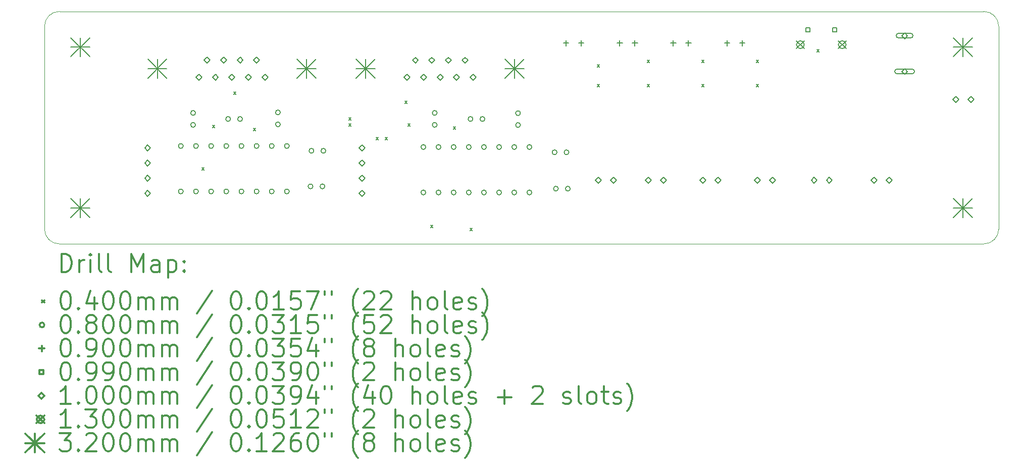
<source format=gbr>
%FSLAX45Y45*%
G04 Gerber Fmt 4.5, Leading zero omitted, Abs format (unit mm)*
G04 Created by KiCad (PCBNEW 5.1.10) date 2021-11-29 20:01:29*
%MOMM*%
%LPD*%
G01*
G04 APERTURE LIST*
%TA.AperFunction,Profile*%
%ADD10C,0.050000*%
%TD*%
%ADD11C,0.200000*%
%ADD12C,0.300000*%
G04 APERTURE END LIST*
D10*
X7300000Y-8250000D02*
G75*
G02*
X7550000Y-8000000I250000J0D01*
G01*
X7550000Y-11900000D02*
G75*
G02*
X7300000Y-11650000I0J250000D01*
G01*
X23300000Y-11650000D02*
G75*
G02*
X23050000Y-11900000I-250000J0D01*
G01*
X23050000Y-8000000D02*
G75*
G02*
X23300000Y-8250000I0J-250000D01*
G01*
X7300000Y-11650000D02*
X7300000Y-8250000D01*
X23050000Y-11900000D02*
X7550000Y-11900000D01*
X23300000Y-8250000D02*
X23300000Y-11650000D01*
X7550000Y-8000000D02*
X23050000Y-8000000D01*
D11*
X9936800Y-10622600D02*
X9976800Y-10662600D01*
X9976800Y-10622600D02*
X9936800Y-10662600D01*
X10114600Y-9911400D02*
X10154600Y-9951400D01*
X10154600Y-9911400D02*
X10114600Y-9951400D01*
X10470200Y-9352600D02*
X10510200Y-9392600D01*
X10510200Y-9352600D02*
X10470200Y-9392600D01*
X10800400Y-9962200D02*
X10840400Y-10002200D01*
X10840400Y-9962200D02*
X10800400Y-10002200D01*
X12400600Y-9784400D02*
X12440600Y-9824400D01*
X12440600Y-9784400D02*
X12400600Y-9824400D01*
X12400600Y-9886000D02*
X12440600Y-9926000D01*
X12440600Y-9886000D02*
X12400600Y-9926000D01*
X12857800Y-10114600D02*
X12897800Y-10154600D01*
X12897800Y-10114600D02*
X12857800Y-10154600D01*
X13010200Y-10114600D02*
X13050200Y-10154600D01*
X13050200Y-10114600D02*
X13010200Y-10154600D01*
X13340400Y-9505000D02*
X13380400Y-9545000D01*
X13380400Y-9505000D02*
X13340400Y-9545000D01*
X13391200Y-9886000D02*
X13431200Y-9926000D01*
X13431200Y-9886000D02*
X13391200Y-9926000D01*
X13772200Y-11587800D02*
X13812200Y-11627800D01*
X13812200Y-11587800D02*
X13772200Y-11627800D01*
X14153200Y-9936800D02*
X14193200Y-9976800D01*
X14193200Y-9936800D02*
X14153200Y-9976800D01*
X14432600Y-11638600D02*
X14472600Y-11678600D01*
X14472600Y-11638600D02*
X14432600Y-11678600D01*
X16566200Y-8895400D02*
X16606200Y-8935400D01*
X16606200Y-8895400D02*
X16566200Y-8935400D01*
X16566200Y-9225600D02*
X16606200Y-9265600D01*
X16606200Y-9225600D02*
X16566200Y-9265600D01*
X17404400Y-8819200D02*
X17444400Y-8859200D01*
X17444400Y-8819200D02*
X17404400Y-8859200D01*
X17404400Y-9225600D02*
X17444400Y-9265600D01*
X17444400Y-9225600D02*
X17404400Y-9265600D01*
X18318800Y-8819200D02*
X18358800Y-8859200D01*
X18358800Y-8819200D02*
X18318800Y-8859200D01*
X18318800Y-9225600D02*
X18358800Y-9265600D01*
X18358800Y-9225600D02*
X18318800Y-9265600D01*
X19233200Y-8819200D02*
X19273200Y-8859200D01*
X19273200Y-8819200D02*
X19233200Y-8859200D01*
X19233200Y-9225600D02*
X19273200Y-9265600D01*
X19273200Y-9225600D02*
X19233200Y-9265600D01*
X20249200Y-8641400D02*
X20289200Y-8681400D01*
X20289200Y-8641400D02*
X20249200Y-8681400D01*
X9625960Y-10256520D02*
G75*
G03*
X9625960Y-10256520I-40000J0D01*
G01*
X9625960Y-11018520D02*
G75*
G03*
X9625960Y-11018520I-40000J0D01*
G01*
X9831700Y-9702800D02*
G75*
G03*
X9831700Y-9702800I-40000J0D01*
G01*
X9831700Y-9902800D02*
G75*
G03*
X9831700Y-9902800I-40000J0D01*
G01*
X9879960Y-10256520D02*
G75*
G03*
X9879960Y-10256520I-40000J0D01*
G01*
X9879960Y-11018520D02*
G75*
G03*
X9879960Y-11018520I-40000J0D01*
G01*
X10133960Y-10256520D02*
G75*
G03*
X10133960Y-10256520I-40000J0D01*
G01*
X10133960Y-11018520D02*
G75*
G03*
X10133960Y-11018520I-40000J0D01*
G01*
X10387960Y-10256520D02*
G75*
G03*
X10387960Y-10256520I-40000J0D01*
G01*
X10387960Y-11018520D02*
G75*
G03*
X10387960Y-11018520I-40000J0D01*
G01*
X10419100Y-9804400D02*
G75*
G03*
X10419100Y-9804400I-40000J0D01*
G01*
X10619100Y-9804400D02*
G75*
G03*
X10619100Y-9804400I-40000J0D01*
G01*
X10641960Y-10256520D02*
G75*
G03*
X10641960Y-10256520I-40000J0D01*
G01*
X10641960Y-11018520D02*
G75*
G03*
X10641960Y-11018520I-40000J0D01*
G01*
X10895960Y-10256520D02*
G75*
G03*
X10895960Y-10256520I-40000J0D01*
G01*
X10895960Y-11018520D02*
G75*
G03*
X10895960Y-11018520I-40000J0D01*
G01*
X11149960Y-10256520D02*
G75*
G03*
X11149960Y-10256520I-40000J0D01*
G01*
X11149960Y-11018520D02*
G75*
G03*
X11149960Y-11018520I-40000J0D01*
G01*
X11254100Y-9693300D02*
G75*
G03*
X11254100Y-9693300I-40000J0D01*
G01*
X11254100Y-9893300D02*
G75*
G03*
X11254100Y-9893300I-40000J0D01*
G01*
X11403960Y-10256520D02*
G75*
G03*
X11403960Y-10256520I-40000J0D01*
G01*
X11403960Y-11018520D02*
G75*
G03*
X11403960Y-11018520I-40000J0D01*
G01*
X11800200Y-10934700D02*
G75*
G03*
X11800200Y-10934700I-40000J0D01*
G01*
X11816100Y-10337800D02*
G75*
G03*
X11816100Y-10337800I-40000J0D01*
G01*
X12000200Y-10934700D02*
G75*
G03*
X12000200Y-10934700I-40000J0D01*
G01*
X12016100Y-10337800D02*
G75*
G03*
X12016100Y-10337800I-40000J0D01*
G01*
X13692900Y-10274100D02*
G75*
G03*
X13692900Y-10274100I-40000J0D01*
G01*
X13692900Y-11036100D02*
G75*
G03*
X13692900Y-11036100I-40000J0D01*
G01*
X13883000Y-9702800D02*
G75*
G03*
X13883000Y-9702800I-40000J0D01*
G01*
X13883000Y-9902800D02*
G75*
G03*
X13883000Y-9902800I-40000J0D01*
G01*
X13946900Y-10274100D02*
G75*
G03*
X13946900Y-10274100I-40000J0D01*
G01*
X13946900Y-11036100D02*
G75*
G03*
X13946900Y-11036100I-40000J0D01*
G01*
X14200900Y-10274100D02*
G75*
G03*
X14200900Y-10274100I-40000J0D01*
G01*
X14200900Y-11036100D02*
G75*
G03*
X14200900Y-11036100I-40000J0D01*
G01*
X14454900Y-10274100D02*
G75*
G03*
X14454900Y-10274100I-40000J0D01*
G01*
X14454900Y-11036100D02*
G75*
G03*
X14454900Y-11036100I-40000J0D01*
G01*
X14483100Y-9804400D02*
G75*
G03*
X14483100Y-9804400I-40000J0D01*
G01*
X14683100Y-9804400D02*
G75*
G03*
X14683100Y-9804400I-40000J0D01*
G01*
X14708900Y-10274100D02*
G75*
G03*
X14708900Y-10274100I-40000J0D01*
G01*
X14708900Y-11036100D02*
G75*
G03*
X14708900Y-11036100I-40000J0D01*
G01*
X14962900Y-10274100D02*
G75*
G03*
X14962900Y-10274100I-40000J0D01*
G01*
X14962900Y-11036100D02*
G75*
G03*
X14962900Y-11036100I-40000J0D01*
G01*
X15216900Y-10274100D02*
G75*
G03*
X15216900Y-10274100I-40000J0D01*
G01*
X15216900Y-11036100D02*
G75*
G03*
X15216900Y-11036100I-40000J0D01*
G01*
X15280000Y-9706000D02*
G75*
G03*
X15280000Y-9706000I-40000J0D01*
G01*
X15280000Y-9906000D02*
G75*
G03*
X15280000Y-9906000I-40000J0D01*
G01*
X15470900Y-10274100D02*
G75*
G03*
X15470900Y-10274100I-40000J0D01*
G01*
X15470900Y-11036100D02*
G75*
G03*
X15470900Y-11036100I-40000J0D01*
G01*
X15892800Y-10363200D02*
G75*
G03*
X15892800Y-10363200I-40000J0D01*
G01*
X15915000Y-10972800D02*
G75*
G03*
X15915000Y-10972800I-40000J0D01*
G01*
X16092800Y-10363200D02*
G75*
G03*
X16092800Y-10363200I-40000J0D01*
G01*
X16115000Y-10972800D02*
G75*
G03*
X16115000Y-10972800I-40000J0D01*
G01*
X16046000Y-8485000D02*
X16046000Y-8575000D01*
X16001000Y-8530000D02*
X16091000Y-8530000D01*
X16300000Y-8485000D02*
X16300000Y-8575000D01*
X16255000Y-8530000D02*
X16345000Y-8530000D01*
X16946000Y-8485000D02*
X16946000Y-8575000D01*
X16901000Y-8530000D02*
X16991000Y-8530000D01*
X17200000Y-8485000D02*
X17200000Y-8575000D01*
X17155000Y-8530000D02*
X17245000Y-8530000D01*
X17843500Y-8485000D02*
X17843500Y-8575000D01*
X17798500Y-8530000D02*
X17888500Y-8530000D01*
X18097500Y-8485000D02*
X18097500Y-8575000D01*
X18052500Y-8530000D02*
X18142500Y-8530000D01*
X18745200Y-8485000D02*
X18745200Y-8575000D01*
X18700200Y-8530000D02*
X18790200Y-8530000D01*
X18999200Y-8485000D02*
X18999200Y-8575000D01*
X18954200Y-8530000D02*
X19044200Y-8530000D01*
X20135002Y-8344002D02*
X20135002Y-8273998D01*
X20064998Y-8273998D01*
X20064998Y-8344002D01*
X20135002Y-8344002D01*
X20585002Y-8344002D02*
X20585002Y-8273998D01*
X20514998Y-8273998D01*
X20514998Y-8344002D01*
X20585002Y-8344002D01*
X9029700Y-10337000D02*
X9079700Y-10287000D01*
X9029700Y-10237000D01*
X8979700Y-10287000D01*
X9029700Y-10337000D01*
X9029700Y-10591000D02*
X9079700Y-10541000D01*
X9029700Y-10491000D01*
X8979700Y-10541000D01*
X9029700Y-10591000D01*
X9029700Y-10845000D02*
X9079700Y-10795000D01*
X9029700Y-10745000D01*
X8979700Y-10795000D01*
X9029700Y-10845000D01*
X9029700Y-11099000D02*
X9079700Y-11049000D01*
X9029700Y-10999000D01*
X8979700Y-11049000D01*
X9029700Y-11099000D01*
X9888000Y-9153000D02*
X9938000Y-9103000D01*
X9888000Y-9053000D01*
X9838000Y-9103000D01*
X9888000Y-9153000D01*
X10026500Y-8869000D02*
X10076500Y-8819000D01*
X10026500Y-8769000D01*
X9976500Y-8819000D01*
X10026500Y-8869000D01*
X10165000Y-9153000D02*
X10215000Y-9103000D01*
X10165000Y-9053000D01*
X10115000Y-9103000D01*
X10165000Y-9153000D01*
X10303500Y-8869000D02*
X10353500Y-8819000D01*
X10303500Y-8769000D01*
X10253500Y-8819000D01*
X10303500Y-8869000D01*
X10442000Y-9153000D02*
X10492000Y-9103000D01*
X10442000Y-9053000D01*
X10392000Y-9103000D01*
X10442000Y-9153000D01*
X10580500Y-8869000D02*
X10630500Y-8819000D01*
X10580500Y-8769000D01*
X10530500Y-8819000D01*
X10580500Y-8869000D01*
X10719000Y-9153000D02*
X10769000Y-9103000D01*
X10719000Y-9053000D01*
X10669000Y-9103000D01*
X10719000Y-9153000D01*
X10857500Y-8869000D02*
X10907500Y-8819000D01*
X10857500Y-8769000D01*
X10807500Y-8819000D01*
X10857500Y-8869000D01*
X10996000Y-9153000D02*
X11046000Y-9103000D01*
X10996000Y-9053000D01*
X10946000Y-9103000D01*
X10996000Y-9153000D01*
X12623800Y-10337000D02*
X12673800Y-10287000D01*
X12623800Y-10237000D01*
X12573800Y-10287000D01*
X12623800Y-10337000D01*
X12623800Y-10591000D02*
X12673800Y-10541000D01*
X12623800Y-10491000D01*
X12573800Y-10541000D01*
X12623800Y-10591000D01*
X12623800Y-10845000D02*
X12673800Y-10795000D01*
X12623800Y-10745000D01*
X12573800Y-10795000D01*
X12623800Y-10845000D01*
X12623800Y-11099000D02*
X12673800Y-11049000D01*
X12623800Y-10999000D01*
X12573800Y-11049000D01*
X12623800Y-11099000D01*
X13380000Y-9154000D02*
X13430000Y-9104000D01*
X13380000Y-9054000D01*
X13330000Y-9104000D01*
X13380000Y-9154000D01*
X13518500Y-8870000D02*
X13568500Y-8820000D01*
X13518500Y-8770000D01*
X13468500Y-8820000D01*
X13518500Y-8870000D01*
X13657000Y-9154000D02*
X13707000Y-9104000D01*
X13657000Y-9054000D01*
X13607000Y-9104000D01*
X13657000Y-9154000D01*
X13795500Y-8870000D02*
X13845500Y-8820000D01*
X13795500Y-8770000D01*
X13745500Y-8820000D01*
X13795500Y-8870000D01*
X13934000Y-9154000D02*
X13984000Y-9104000D01*
X13934000Y-9054000D01*
X13884000Y-9104000D01*
X13934000Y-9154000D01*
X14072500Y-8870000D02*
X14122500Y-8820000D01*
X14072500Y-8770000D01*
X14022500Y-8820000D01*
X14072500Y-8870000D01*
X14211000Y-9154000D02*
X14261000Y-9104000D01*
X14211000Y-9054000D01*
X14161000Y-9104000D01*
X14211000Y-9154000D01*
X14349500Y-8870000D02*
X14399500Y-8820000D01*
X14349500Y-8770000D01*
X14299500Y-8820000D01*
X14349500Y-8870000D01*
X14488000Y-9154000D02*
X14538000Y-9104000D01*
X14488000Y-9054000D01*
X14438000Y-9104000D01*
X14488000Y-9154000D01*
X16586200Y-10883100D02*
X16636200Y-10833100D01*
X16586200Y-10783100D01*
X16536200Y-10833100D01*
X16586200Y-10883100D01*
X16840200Y-10883100D02*
X16890200Y-10833100D01*
X16840200Y-10783100D01*
X16790200Y-10833100D01*
X16840200Y-10883100D01*
X17424400Y-10883100D02*
X17474400Y-10833100D01*
X17424400Y-10783100D01*
X17374400Y-10833100D01*
X17424400Y-10883100D01*
X17678400Y-10883100D02*
X17728400Y-10833100D01*
X17678400Y-10783100D01*
X17628400Y-10833100D01*
X17678400Y-10883100D01*
X18338800Y-10883100D02*
X18388800Y-10833100D01*
X18338800Y-10783100D01*
X18288800Y-10833100D01*
X18338800Y-10883100D01*
X18592800Y-10883100D02*
X18642800Y-10833100D01*
X18592800Y-10783100D01*
X18542800Y-10833100D01*
X18592800Y-10883100D01*
X19253200Y-10883100D02*
X19303200Y-10833100D01*
X19253200Y-10783100D01*
X19203200Y-10833100D01*
X19253200Y-10883100D01*
X19507200Y-10883100D02*
X19557200Y-10833100D01*
X19507200Y-10783100D01*
X19457200Y-10833100D01*
X19507200Y-10883100D01*
X20205700Y-10883100D02*
X20255700Y-10833100D01*
X20205700Y-10783100D01*
X20155700Y-10833100D01*
X20205700Y-10883100D01*
X20459700Y-10883100D02*
X20509700Y-10833100D01*
X20459700Y-10783100D01*
X20409700Y-10833100D01*
X20459700Y-10883100D01*
X21209000Y-10883100D02*
X21259000Y-10833100D01*
X21209000Y-10783100D01*
X21159000Y-10833100D01*
X21209000Y-10883100D01*
X21463000Y-10883100D02*
X21513000Y-10833100D01*
X21463000Y-10783100D01*
X21413000Y-10833100D01*
X21463000Y-10883100D01*
X21722080Y-8456840D02*
X21772080Y-8406840D01*
X21722080Y-8356840D01*
X21672080Y-8406840D01*
X21722080Y-8456840D01*
X21622080Y-8446840D02*
X21822080Y-8446840D01*
X21622080Y-8366840D02*
X21822080Y-8366840D01*
X21822080Y-8446840D02*
G75*
G03*
X21822080Y-8366840I0J40000D01*
G01*
X21622080Y-8366840D02*
G75*
G03*
X21622080Y-8446840I0J-40000D01*
G01*
X21722080Y-9056840D02*
X21772080Y-9006840D01*
X21722080Y-8956840D01*
X21672080Y-9006840D01*
X21722080Y-9056840D01*
X21597080Y-9046840D02*
X21847080Y-9046840D01*
X21597080Y-8966840D02*
X21847080Y-8966840D01*
X21847080Y-9046840D02*
G75*
G03*
X21847080Y-8966840I0J40000D01*
G01*
X21597080Y-8966840D02*
G75*
G03*
X21597080Y-9046840I0J-40000D01*
G01*
X22580600Y-9524200D02*
X22630600Y-9474200D01*
X22580600Y-9424200D01*
X22530600Y-9474200D01*
X22580600Y-9524200D01*
X22834600Y-9524200D02*
X22884600Y-9474200D01*
X22834600Y-9424200D01*
X22784600Y-9474200D01*
X22834600Y-9524200D01*
X19910000Y-8493000D02*
X20040000Y-8623000D01*
X20040000Y-8493000D02*
X19910000Y-8623000D01*
X20040000Y-8558000D02*
G75*
G03*
X20040000Y-8558000I-65000J0D01*
G01*
X20611000Y-8493000D02*
X20741000Y-8623000D01*
X20741000Y-8493000D02*
X20611000Y-8623000D01*
X20741000Y-8558000D02*
G75*
G03*
X20741000Y-8558000I-65000J0D01*
G01*
X7740000Y-8440000D02*
X8060000Y-8760000D01*
X8060000Y-8440000D02*
X7740000Y-8760000D01*
X7900000Y-8440000D02*
X7900000Y-8760000D01*
X7740000Y-8600000D02*
X8060000Y-8600000D01*
X7740000Y-11140000D02*
X8060000Y-11460000D01*
X8060000Y-11140000D02*
X7740000Y-11460000D01*
X7900000Y-11140000D02*
X7900000Y-11460000D01*
X7740000Y-11300000D02*
X8060000Y-11300000D01*
X9032000Y-8801000D02*
X9352000Y-9121000D01*
X9352000Y-8801000D02*
X9032000Y-9121000D01*
X9192000Y-8801000D02*
X9192000Y-9121000D01*
X9032000Y-8961000D02*
X9352000Y-8961000D01*
X11532000Y-8801000D02*
X11852000Y-9121000D01*
X11852000Y-8801000D02*
X11532000Y-9121000D01*
X11692000Y-8801000D02*
X11692000Y-9121000D01*
X11532000Y-8961000D02*
X11852000Y-8961000D01*
X12524000Y-8802000D02*
X12844000Y-9122000D01*
X12844000Y-8802000D02*
X12524000Y-9122000D01*
X12684000Y-8802000D02*
X12684000Y-9122000D01*
X12524000Y-8962000D02*
X12844000Y-8962000D01*
X15024000Y-8802000D02*
X15344000Y-9122000D01*
X15344000Y-8802000D02*
X15024000Y-9122000D01*
X15184000Y-8802000D02*
X15184000Y-9122000D01*
X15024000Y-8962000D02*
X15344000Y-8962000D01*
X22540000Y-8440000D02*
X22860000Y-8760000D01*
X22860000Y-8440000D02*
X22540000Y-8760000D01*
X22700000Y-8440000D02*
X22700000Y-8760000D01*
X22540000Y-8600000D02*
X22860000Y-8600000D01*
X22540000Y-11140000D02*
X22860000Y-11460000D01*
X22860000Y-11140000D02*
X22540000Y-11460000D01*
X22700000Y-11140000D02*
X22700000Y-11460000D01*
X22540000Y-11300000D02*
X22860000Y-11300000D01*
D12*
X7583928Y-12368214D02*
X7583928Y-12068214D01*
X7655357Y-12068214D01*
X7698214Y-12082500D01*
X7726786Y-12111071D01*
X7741071Y-12139643D01*
X7755357Y-12196786D01*
X7755357Y-12239643D01*
X7741071Y-12296786D01*
X7726786Y-12325357D01*
X7698214Y-12353929D01*
X7655357Y-12368214D01*
X7583928Y-12368214D01*
X7883928Y-12368214D02*
X7883928Y-12168214D01*
X7883928Y-12225357D02*
X7898214Y-12196786D01*
X7912500Y-12182500D01*
X7941071Y-12168214D01*
X7969643Y-12168214D01*
X8069643Y-12368214D02*
X8069643Y-12168214D01*
X8069643Y-12068214D02*
X8055357Y-12082500D01*
X8069643Y-12096786D01*
X8083928Y-12082500D01*
X8069643Y-12068214D01*
X8069643Y-12096786D01*
X8255357Y-12368214D02*
X8226786Y-12353929D01*
X8212500Y-12325357D01*
X8212500Y-12068214D01*
X8412500Y-12368214D02*
X8383928Y-12353929D01*
X8369643Y-12325357D01*
X8369643Y-12068214D01*
X8755357Y-12368214D02*
X8755357Y-12068214D01*
X8855357Y-12282500D01*
X8955357Y-12068214D01*
X8955357Y-12368214D01*
X9226786Y-12368214D02*
X9226786Y-12211071D01*
X9212500Y-12182500D01*
X9183928Y-12168214D01*
X9126786Y-12168214D01*
X9098214Y-12182500D01*
X9226786Y-12353929D02*
X9198214Y-12368214D01*
X9126786Y-12368214D01*
X9098214Y-12353929D01*
X9083928Y-12325357D01*
X9083928Y-12296786D01*
X9098214Y-12268214D01*
X9126786Y-12253929D01*
X9198214Y-12253929D01*
X9226786Y-12239643D01*
X9369643Y-12168214D02*
X9369643Y-12468214D01*
X9369643Y-12182500D02*
X9398214Y-12168214D01*
X9455357Y-12168214D01*
X9483928Y-12182500D01*
X9498214Y-12196786D01*
X9512500Y-12225357D01*
X9512500Y-12311071D01*
X9498214Y-12339643D01*
X9483928Y-12353929D01*
X9455357Y-12368214D01*
X9398214Y-12368214D01*
X9369643Y-12353929D01*
X9641071Y-12339643D02*
X9655357Y-12353929D01*
X9641071Y-12368214D01*
X9626786Y-12353929D01*
X9641071Y-12339643D01*
X9641071Y-12368214D01*
X9641071Y-12182500D02*
X9655357Y-12196786D01*
X9641071Y-12211071D01*
X9626786Y-12196786D01*
X9641071Y-12182500D01*
X9641071Y-12211071D01*
X7257500Y-12842500D02*
X7297500Y-12882500D01*
X7297500Y-12842500D02*
X7257500Y-12882500D01*
X7641071Y-12698214D02*
X7669643Y-12698214D01*
X7698214Y-12712500D01*
X7712500Y-12726786D01*
X7726786Y-12755357D01*
X7741071Y-12812500D01*
X7741071Y-12883929D01*
X7726786Y-12941071D01*
X7712500Y-12969643D01*
X7698214Y-12983929D01*
X7669643Y-12998214D01*
X7641071Y-12998214D01*
X7612500Y-12983929D01*
X7598214Y-12969643D01*
X7583928Y-12941071D01*
X7569643Y-12883929D01*
X7569643Y-12812500D01*
X7583928Y-12755357D01*
X7598214Y-12726786D01*
X7612500Y-12712500D01*
X7641071Y-12698214D01*
X7869643Y-12969643D02*
X7883928Y-12983929D01*
X7869643Y-12998214D01*
X7855357Y-12983929D01*
X7869643Y-12969643D01*
X7869643Y-12998214D01*
X8141071Y-12798214D02*
X8141071Y-12998214D01*
X8069643Y-12683929D02*
X7998214Y-12898214D01*
X8183928Y-12898214D01*
X8355357Y-12698214D02*
X8383928Y-12698214D01*
X8412500Y-12712500D01*
X8426786Y-12726786D01*
X8441071Y-12755357D01*
X8455357Y-12812500D01*
X8455357Y-12883929D01*
X8441071Y-12941071D01*
X8426786Y-12969643D01*
X8412500Y-12983929D01*
X8383928Y-12998214D01*
X8355357Y-12998214D01*
X8326786Y-12983929D01*
X8312500Y-12969643D01*
X8298214Y-12941071D01*
X8283928Y-12883929D01*
X8283928Y-12812500D01*
X8298214Y-12755357D01*
X8312500Y-12726786D01*
X8326786Y-12712500D01*
X8355357Y-12698214D01*
X8641071Y-12698214D02*
X8669643Y-12698214D01*
X8698214Y-12712500D01*
X8712500Y-12726786D01*
X8726786Y-12755357D01*
X8741071Y-12812500D01*
X8741071Y-12883929D01*
X8726786Y-12941071D01*
X8712500Y-12969643D01*
X8698214Y-12983929D01*
X8669643Y-12998214D01*
X8641071Y-12998214D01*
X8612500Y-12983929D01*
X8598214Y-12969643D01*
X8583928Y-12941071D01*
X8569643Y-12883929D01*
X8569643Y-12812500D01*
X8583928Y-12755357D01*
X8598214Y-12726786D01*
X8612500Y-12712500D01*
X8641071Y-12698214D01*
X8869643Y-12998214D02*
X8869643Y-12798214D01*
X8869643Y-12826786D02*
X8883928Y-12812500D01*
X8912500Y-12798214D01*
X8955357Y-12798214D01*
X8983928Y-12812500D01*
X8998214Y-12841071D01*
X8998214Y-12998214D01*
X8998214Y-12841071D02*
X9012500Y-12812500D01*
X9041071Y-12798214D01*
X9083928Y-12798214D01*
X9112500Y-12812500D01*
X9126786Y-12841071D01*
X9126786Y-12998214D01*
X9269643Y-12998214D02*
X9269643Y-12798214D01*
X9269643Y-12826786D02*
X9283928Y-12812500D01*
X9312500Y-12798214D01*
X9355357Y-12798214D01*
X9383928Y-12812500D01*
X9398214Y-12841071D01*
X9398214Y-12998214D01*
X9398214Y-12841071D02*
X9412500Y-12812500D01*
X9441071Y-12798214D01*
X9483928Y-12798214D01*
X9512500Y-12812500D01*
X9526786Y-12841071D01*
X9526786Y-12998214D01*
X10112500Y-12683929D02*
X9855357Y-13069643D01*
X10498214Y-12698214D02*
X10526786Y-12698214D01*
X10555357Y-12712500D01*
X10569643Y-12726786D01*
X10583928Y-12755357D01*
X10598214Y-12812500D01*
X10598214Y-12883929D01*
X10583928Y-12941071D01*
X10569643Y-12969643D01*
X10555357Y-12983929D01*
X10526786Y-12998214D01*
X10498214Y-12998214D01*
X10469643Y-12983929D01*
X10455357Y-12969643D01*
X10441071Y-12941071D01*
X10426786Y-12883929D01*
X10426786Y-12812500D01*
X10441071Y-12755357D01*
X10455357Y-12726786D01*
X10469643Y-12712500D01*
X10498214Y-12698214D01*
X10726786Y-12969643D02*
X10741071Y-12983929D01*
X10726786Y-12998214D01*
X10712500Y-12983929D01*
X10726786Y-12969643D01*
X10726786Y-12998214D01*
X10926786Y-12698214D02*
X10955357Y-12698214D01*
X10983928Y-12712500D01*
X10998214Y-12726786D01*
X11012500Y-12755357D01*
X11026786Y-12812500D01*
X11026786Y-12883929D01*
X11012500Y-12941071D01*
X10998214Y-12969643D01*
X10983928Y-12983929D01*
X10955357Y-12998214D01*
X10926786Y-12998214D01*
X10898214Y-12983929D01*
X10883928Y-12969643D01*
X10869643Y-12941071D01*
X10855357Y-12883929D01*
X10855357Y-12812500D01*
X10869643Y-12755357D01*
X10883928Y-12726786D01*
X10898214Y-12712500D01*
X10926786Y-12698214D01*
X11312500Y-12998214D02*
X11141071Y-12998214D01*
X11226786Y-12998214D02*
X11226786Y-12698214D01*
X11198214Y-12741071D01*
X11169643Y-12769643D01*
X11141071Y-12783929D01*
X11583928Y-12698214D02*
X11441071Y-12698214D01*
X11426786Y-12841071D01*
X11441071Y-12826786D01*
X11469643Y-12812500D01*
X11541071Y-12812500D01*
X11569643Y-12826786D01*
X11583928Y-12841071D01*
X11598214Y-12869643D01*
X11598214Y-12941071D01*
X11583928Y-12969643D01*
X11569643Y-12983929D01*
X11541071Y-12998214D01*
X11469643Y-12998214D01*
X11441071Y-12983929D01*
X11426786Y-12969643D01*
X11698214Y-12698214D02*
X11898214Y-12698214D01*
X11769643Y-12998214D01*
X11998214Y-12698214D02*
X11998214Y-12755357D01*
X12112500Y-12698214D02*
X12112500Y-12755357D01*
X12555357Y-13112500D02*
X12541071Y-13098214D01*
X12512500Y-13055357D01*
X12498214Y-13026786D01*
X12483928Y-12983929D01*
X12469643Y-12912500D01*
X12469643Y-12855357D01*
X12483928Y-12783929D01*
X12498214Y-12741071D01*
X12512500Y-12712500D01*
X12541071Y-12669643D01*
X12555357Y-12655357D01*
X12655357Y-12726786D02*
X12669643Y-12712500D01*
X12698214Y-12698214D01*
X12769643Y-12698214D01*
X12798214Y-12712500D01*
X12812500Y-12726786D01*
X12826786Y-12755357D01*
X12826786Y-12783929D01*
X12812500Y-12826786D01*
X12641071Y-12998214D01*
X12826786Y-12998214D01*
X12941071Y-12726786D02*
X12955357Y-12712500D01*
X12983928Y-12698214D01*
X13055357Y-12698214D01*
X13083928Y-12712500D01*
X13098214Y-12726786D01*
X13112500Y-12755357D01*
X13112500Y-12783929D01*
X13098214Y-12826786D01*
X12926786Y-12998214D01*
X13112500Y-12998214D01*
X13469643Y-12998214D02*
X13469643Y-12698214D01*
X13598214Y-12998214D02*
X13598214Y-12841071D01*
X13583928Y-12812500D01*
X13555357Y-12798214D01*
X13512500Y-12798214D01*
X13483928Y-12812500D01*
X13469643Y-12826786D01*
X13783928Y-12998214D02*
X13755357Y-12983929D01*
X13741071Y-12969643D01*
X13726786Y-12941071D01*
X13726786Y-12855357D01*
X13741071Y-12826786D01*
X13755357Y-12812500D01*
X13783928Y-12798214D01*
X13826786Y-12798214D01*
X13855357Y-12812500D01*
X13869643Y-12826786D01*
X13883928Y-12855357D01*
X13883928Y-12941071D01*
X13869643Y-12969643D01*
X13855357Y-12983929D01*
X13826786Y-12998214D01*
X13783928Y-12998214D01*
X14055357Y-12998214D02*
X14026786Y-12983929D01*
X14012500Y-12955357D01*
X14012500Y-12698214D01*
X14283928Y-12983929D02*
X14255357Y-12998214D01*
X14198214Y-12998214D01*
X14169643Y-12983929D01*
X14155357Y-12955357D01*
X14155357Y-12841071D01*
X14169643Y-12812500D01*
X14198214Y-12798214D01*
X14255357Y-12798214D01*
X14283928Y-12812500D01*
X14298214Y-12841071D01*
X14298214Y-12869643D01*
X14155357Y-12898214D01*
X14412500Y-12983929D02*
X14441071Y-12998214D01*
X14498214Y-12998214D01*
X14526786Y-12983929D01*
X14541071Y-12955357D01*
X14541071Y-12941071D01*
X14526786Y-12912500D01*
X14498214Y-12898214D01*
X14455357Y-12898214D01*
X14426786Y-12883929D01*
X14412500Y-12855357D01*
X14412500Y-12841071D01*
X14426786Y-12812500D01*
X14455357Y-12798214D01*
X14498214Y-12798214D01*
X14526786Y-12812500D01*
X14641071Y-13112500D02*
X14655357Y-13098214D01*
X14683928Y-13055357D01*
X14698214Y-13026786D01*
X14712500Y-12983929D01*
X14726786Y-12912500D01*
X14726786Y-12855357D01*
X14712500Y-12783929D01*
X14698214Y-12741071D01*
X14683928Y-12712500D01*
X14655357Y-12669643D01*
X14641071Y-12655357D01*
X7297500Y-13258500D02*
G75*
G03*
X7297500Y-13258500I-40000J0D01*
G01*
X7641071Y-13094214D02*
X7669643Y-13094214D01*
X7698214Y-13108500D01*
X7712500Y-13122786D01*
X7726786Y-13151357D01*
X7741071Y-13208500D01*
X7741071Y-13279929D01*
X7726786Y-13337071D01*
X7712500Y-13365643D01*
X7698214Y-13379929D01*
X7669643Y-13394214D01*
X7641071Y-13394214D01*
X7612500Y-13379929D01*
X7598214Y-13365643D01*
X7583928Y-13337071D01*
X7569643Y-13279929D01*
X7569643Y-13208500D01*
X7583928Y-13151357D01*
X7598214Y-13122786D01*
X7612500Y-13108500D01*
X7641071Y-13094214D01*
X7869643Y-13365643D02*
X7883928Y-13379929D01*
X7869643Y-13394214D01*
X7855357Y-13379929D01*
X7869643Y-13365643D01*
X7869643Y-13394214D01*
X8055357Y-13222786D02*
X8026786Y-13208500D01*
X8012500Y-13194214D01*
X7998214Y-13165643D01*
X7998214Y-13151357D01*
X8012500Y-13122786D01*
X8026786Y-13108500D01*
X8055357Y-13094214D01*
X8112500Y-13094214D01*
X8141071Y-13108500D01*
X8155357Y-13122786D01*
X8169643Y-13151357D01*
X8169643Y-13165643D01*
X8155357Y-13194214D01*
X8141071Y-13208500D01*
X8112500Y-13222786D01*
X8055357Y-13222786D01*
X8026786Y-13237071D01*
X8012500Y-13251357D01*
X7998214Y-13279929D01*
X7998214Y-13337071D01*
X8012500Y-13365643D01*
X8026786Y-13379929D01*
X8055357Y-13394214D01*
X8112500Y-13394214D01*
X8141071Y-13379929D01*
X8155357Y-13365643D01*
X8169643Y-13337071D01*
X8169643Y-13279929D01*
X8155357Y-13251357D01*
X8141071Y-13237071D01*
X8112500Y-13222786D01*
X8355357Y-13094214D02*
X8383928Y-13094214D01*
X8412500Y-13108500D01*
X8426786Y-13122786D01*
X8441071Y-13151357D01*
X8455357Y-13208500D01*
X8455357Y-13279929D01*
X8441071Y-13337071D01*
X8426786Y-13365643D01*
X8412500Y-13379929D01*
X8383928Y-13394214D01*
X8355357Y-13394214D01*
X8326786Y-13379929D01*
X8312500Y-13365643D01*
X8298214Y-13337071D01*
X8283928Y-13279929D01*
X8283928Y-13208500D01*
X8298214Y-13151357D01*
X8312500Y-13122786D01*
X8326786Y-13108500D01*
X8355357Y-13094214D01*
X8641071Y-13094214D02*
X8669643Y-13094214D01*
X8698214Y-13108500D01*
X8712500Y-13122786D01*
X8726786Y-13151357D01*
X8741071Y-13208500D01*
X8741071Y-13279929D01*
X8726786Y-13337071D01*
X8712500Y-13365643D01*
X8698214Y-13379929D01*
X8669643Y-13394214D01*
X8641071Y-13394214D01*
X8612500Y-13379929D01*
X8598214Y-13365643D01*
X8583928Y-13337071D01*
X8569643Y-13279929D01*
X8569643Y-13208500D01*
X8583928Y-13151357D01*
X8598214Y-13122786D01*
X8612500Y-13108500D01*
X8641071Y-13094214D01*
X8869643Y-13394214D02*
X8869643Y-13194214D01*
X8869643Y-13222786D02*
X8883928Y-13208500D01*
X8912500Y-13194214D01*
X8955357Y-13194214D01*
X8983928Y-13208500D01*
X8998214Y-13237071D01*
X8998214Y-13394214D01*
X8998214Y-13237071D02*
X9012500Y-13208500D01*
X9041071Y-13194214D01*
X9083928Y-13194214D01*
X9112500Y-13208500D01*
X9126786Y-13237071D01*
X9126786Y-13394214D01*
X9269643Y-13394214D02*
X9269643Y-13194214D01*
X9269643Y-13222786D02*
X9283928Y-13208500D01*
X9312500Y-13194214D01*
X9355357Y-13194214D01*
X9383928Y-13208500D01*
X9398214Y-13237071D01*
X9398214Y-13394214D01*
X9398214Y-13237071D02*
X9412500Y-13208500D01*
X9441071Y-13194214D01*
X9483928Y-13194214D01*
X9512500Y-13208500D01*
X9526786Y-13237071D01*
X9526786Y-13394214D01*
X10112500Y-13079929D02*
X9855357Y-13465643D01*
X10498214Y-13094214D02*
X10526786Y-13094214D01*
X10555357Y-13108500D01*
X10569643Y-13122786D01*
X10583928Y-13151357D01*
X10598214Y-13208500D01*
X10598214Y-13279929D01*
X10583928Y-13337071D01*
X10569643Y-13365643D01*
X10555357Y-13379929D01*
X10526786Y-13394214D01*
X10498214Y-13394214D01*
X10469643Y-13379929D01*
X10455357Y-13365643D01*
X10441071Y-13337071D01*
X10426786Y-13279929D01*
X10426786Y-13208500D01*
X10441071Y-13151357D01*
X10455357Y-13122786D01*
X10469643Y-13108500D01*
X10498214Y-13094214D01*
X10726786Y-13365643D02*
X10741071Y-13379929D01*
X10726786Y-13394214D01*
X10712500Y-13379929D01*
X10726786Y-13365643D01*
X10726786Y-13394214D01*
X10926786Y-13094214D02*
X10955357Y-13094214D01*
X10983928Y-13108500D01*
X10998214Y-13122786D01*
X11012500Y-13151357D01*
X11026786Y-13208500D01*
X11026786Y-13279929D01*
X11012500Y-13337071D01*
X10998214Y-13365643D01*
X10983928Y-13379929D01*
X10955357Y-13394214D01*
X10926786Y-13394214D01*
X10898214Y-13379929D01*
X10883928Y-13365643D01*
X10869643Y-13337071D01*
X10855357Y-13279929D01*
X10855357Y-13208500D01*
X10869643Y-13151357D01*
X10883928Y-13122786D01*
X10898214Y-13108500D01*
X10926786Y-13094214D01*
X11126786Y-13094214D02*
X11312500Y-13094214D01*
X11212500Y-13208500D01*
X11255357Y-13208500D01*
X11283928Y-13222786D01*
X11298214Y-13237071D01*
X11312500Y-13265643D01*
X11312500Y-13337071D01*
X11298214Y-13365643D01*
X11283928Y-13379929D01*
X11255357Y-13394214D01*
X11169643Y-13394214D01*
X11141071Y-13379929D01*
X11126786Y-13365643D01*
X11598214Y-13394214D02*
X11426786Y-13394214D01*
X11512500Y-13394214D02*
X11512500Y-13094214D01*
X11483928Y-13137071D01*
X11455357Y-13165643D01*
X11426786Y-13179929D01*
X11869643Y-13094214D02*
X11726786Y-13094214D01*
X11712500Y-13237071D01*
X11726786Y-13222786D01*
X11755357Y-13208500D01*
X11826786Y-13208500D01*
X11855357Y-13222786D01*
X11869643Y-13237071D01*
X11883928Y-13265643D01*
X11883928Y-13337071D01*
X11869643Y-13365643D01*
X11855357Y-13379929D01*
X11826786Y-13394214D01*
X11755357Y-13394214D01*
X11726786Y-13379929D01*
X11712500Y-13365643D01*
X11998214Y-13094214D02*
X11998214Y-13151357D01*
X12112500Y-13094214D02*
X12112500Y-13151357D01*
X12555357Y-13508500D02*
X12541071Y-13494214D01*
X12512500Y-13451357D01*
X12498214Y-13422786D01*
X12483928Y-13379929D01*
X12469643Y-13308500D01*
X12469643Y-13251357D01*
X12483928Y-13179929D01*
X12498214Y-13137071D01*
X12512500Y-13108500D01*
X12541071Y-13065643D01*
X12555357Y-13051357D01*
X12812500Y-13094214D02*
X12669643Y-13094214D01*
X12655357Y-13237071D01*
X12669643Y-13222786D01*
X12698214Y-13208500D01*
X12769643Y-13208500D01*
X12798214Y-13222786D01*
X12812500Y-13237071D01*
X12826786Y-13265643D01*
X12826786Y-13337071D01*
X12812500Y-13365643D01*
X12798214Y-13379929D01*
X12769643Y-13394214D01*
X12698214Y-13394214D01*
X12669643Y-13379929D01*
X12655357Y-13365643D01*
X12941071Y-13122786D02*
X12955357Y-13108500D01*
X12983928Y-13094214D01*
X13055357Y-13094214D01*
X13083928Y-13108500D01*
X13098214Y-13122786D01*
X13112500Y-13151357D01*
X13112500Y-13179929D01*
X13098214Y-13222786D01*
X12926786Y-13394214D01*
X13112500Y-13394214D01*
X13469643Y-13394214D02*
X13469643Y-13094214D01*
X13598214Y-13394214D02*
X13598214Y-13237071D01*
X13583928Y-13208500D01*
X13555357Y-13194214D01*
X13512500Y-13194214D01*
X13483928Y-13208500D01*
X13469643Y-13222786D01*
X13783928Y-13394214D02*
X13755357Y-13379929D01*
X13741071Y-13365643D01*
X13726786Y-13337071D01*
X13726786Y-13251357D01*
X13741071Y-13222786D01*
X13755357Y-13208500D01*
X13783928Y-13194214D01*
X13826786Y-13194214D01*
X13855357Y-13208500D01*
X13869643Y-13222786D01*
X13883928Y-13251357D01*
X13883928Y-13337071D01*
X13869643Y-13365643D01*
X13855357Y-13379929D01*
X13826786Y-13394214D01*
X13783928Y-13394214D01*
X14055357Y-13394214D02*
X14026786Y-13379929D01*
X14012500Y-13351357D01*
X14012500Y-13094214D01*
X14283928Y-13379929D02*
X14255357Y-13394214D01*
X14198214Y-13394214D01*
X14169643Y-13379929D01*
X14155357Y-13351357D01*
X14155357Y-13237071D01*
X14169643Y-13208500D01*
X14198214Y-13194214D01*
X14255357Y-13194214D01*
X14283928Y-13208500D01*
X14298214Y-13237071D01*
X14298214Y-13265643D01*
X14155357Y-13294214D01*
X14412500Y-13379929D02*
X14441071Y-13394214D01*
X14498214Y-13394214D01*
X14526786Y-13379929D01*
X14541071Y-13351357D01*
X14541071Y-13337071D01*
X14526786Y-13308500D01*
X14498214Y-13294214D01*
X14455357Y-13294214D01*
X14426786Y-13279929D01*
X14412500Y-13251357D01*
X14412500Y-13237071D01*
X14426786Y-13208500D01*
X14455357Y-13194214D01*
X14498214Y-13194214D01*
X14526786Y-13208500D01*
X14641071Y-13508500D02*
X14655357Y-13494214D01*
X14683928Y-13451357D01*
X14698214Y-13422786D01*
X14712500Y-13379929D01*
X14726786Y-13308500D01*
X14726786Y-13251357D01*
X14712500Y-13179929D01*
X14698214Y-13137071D01*
X14683928Y-13108500D01*
X14655357Y-13065643D01*
X14641071Y-13051357D01*
X7252500Y-13609500D02*
X7252500Y-13699500D01*
X7207500Y-13654500D02*
X7297500Y-13654500D01*
X7641071Y-13490214D02*
X7669643Y-13490214D01*
X7698214Y-13504500D01*
X7712500Y-13518786D01*
X7726786Y-13547357D01*
X7741071Y-13604500D01*
X7741071Y-13675929D01*
X7726786Y-13733071D01*
X7712500Y-13761643D01*
X7698214Y-13775929D01*
X7669643Y-13790214D01*
X7641071Y-13790214D01*
X7612500Y-13775929D01*
X7598214Y-13761643D01*
X7583928Y-13733071D01*
X7569643Y-13675929D01*
X7569643Y-13604500D01*
X7583928Y-13547357D01*
X7598214Y-13518786D01*
X7612500Y-13504500D01*
X7641071Y-13490214D01*
X7869643Y-13761643D02*
X7883928Y-13775929D01*
X7869643Y-13790214D01*
X7855357Y-13775929D01*
X7869643Y-13761643D01*
X7869643Y-13790214D01*
X8026786Y-13790214D02*
X8083928Y-13790214D01*
X8112500Y-13775929D01*
X8126786Y-13761643D01*
X8155357Y-13718786D01*
X8169643Y-13661643D01*
X8169643Y-13547357D01*
X8155357Y-13518786D01*
X8141071Y-13504500D01*
X8112500Y-13490214D01*
X8055357Y-13490214D01*
X8026786Y-13504500D01*
X8012500Y-13518786D01*
X7998214Y-13547357D01*
X7998214Y-13618786D01*
X8012500Y-13647357D01*
X8026786Y-13661643D01*
X8055357Y-13675929D01*
X8112500Y-13675929D01*
X8141071Y-13661643D01*
X8155357Y-13647357D01*
X8169643Y-13618786D01*
X8355357Y-13490214D02*
X8383928Y-13490214D01*
X8412500Y-13504500D01*
X8426786Y-13518786D01*
X8441071Y-13547357D01*
X8455357Y-13604500D01*
X8455357Y-13675929D01*
X8441071Y-13733071D01*
X8426786Y-13761643D01*
X8412500Y-13775929D01*
X8383928Y-13790214D01*
X8355357Y-13790214D01*
X8326786Y-13775929D01*
X8312500Y-13761643D01*
X8298214Y-13733071D01*
X8283928Y-13675929D01*
X8283928Y-13604500D01*
X8298214Y-13547357D01*
X8312500Y-13518786D01*
X8326786Y-13504500D01*
X8355357Y-13490214D01*
X8641071Y-13490214D02*
X8669643Y-13490214D01*
X8698214Y-13504500D01*
X8712500Y-13518786D01*
X8726786Y-13547357D01*
X8741071Y-13604500D01*
X8741071Y-13675929D01*
X8726786Y-13733071D01*
X8712500Y-13761643D01*
X8698214Y-13775929D01*
X8669643Y-13790214D01*
X8641071Y-13790214D01*
X8612500Y-13775929D01*
X8598214Y-13761643D01*
X8583928Y-13733071D01*
X8569643Y-13675929D01*
X8569643Y-13604500D01*
X8583928Y-13547357D01*
X8598214Y-13518786D01*
X8612500Y-13504500D01*
X8641071Y-13490214D01*
X8869643Y-13790214D02*
X8869643Y-13590214D01*
X8869643Y-13618786D02*
X8883928Y-13604500D01*
X8912500Y-13590214D01*
X8955357Y-13590214D01*
X8983928Y-13604500D01*
X8998214Y-13633071D01*
X8998214Y-13790214D01*
X8998214Y-13633071D02*
X9012500Y-13604500D01*
X9041071Y-13590214D01*
X9083928Y-13590214D01*
X9112500Y-13604500D01*
X9126786Y-13633071D01*
X9126786Y-13790214D01*
X9269643Y-13790214D02*
X9269643Y-13590214D01*
X9269643Y-13618786D02*
X9283928Y-13604500D01*
X9312500Y-13590214D01*
X9355357Y-13590214D01*
X9383928Y-13604500D01*
X9398214Y-13633071D01*
X9398214Y-13790214D01*
X9398214Y-13633071D02*
X9412500Y-13604500D01*
X9441071Y-13590214D01*
X9483928Y-13590214D01*
X9512500Y-13604500D01*
X9526786Y-13633071D01*
X9526786Y-13790214D01*
X10112500Y-13475929D02*
X9855357Y-13861643D01*
X10498214Y-13490214D02*
X10526786Y-13490214D01*
X10555357Y-13504500D01*
X10569643Y-13518786D01*
X10583928Y-13547357D01*
X10598214Y-13604500D01*
X10598214Y-13675929D01*
X10583928Y-13733071D01*
X10569643Y-13761643D01*
X10555357Y-13775929D01*
X10526786Y-13790214D01*
X10498214Y-13790214D01*
X10469643Y-13775929D01*
X10455357Y-13761643D01*
X10441071Y-13733071D01*
X10426786Y-13675929D01*
X10426786Y-13604500D01*
X10441071Y-13547357D01*
X10455357Y-13518786D01*
X10469643Y-13504500D01*
X10498214Y-13490214D01*
X10726786Y-13761643D02*
X10741071Y-13775929D01*
X10726786Y-13790214D01*
X10712500Y-13775929D01*
X10726786Y-13761643D01*
X10726786Y-13790214D01*
X10926786Y-13490214D02*
X10955357Y-13490214D01*
X10983928Y-13504500D01*
X10998214Y-13518786D01*
X11012500Y-13547357D01*
X11026786Y-13604500D01*
X11026786Y-13675929D01*
X11012500Y-13733071D01*
X10998214Y-13761643D01*
X10983928Y-13775929D01*
X10955357Y-13790214D01*
X10926786Y-13790214D01*
X10898214Y-13775929D01*
X10883928Y-13761643D01*
X10869643Y-13733071D01*
X10855357Y-13675929D01*
X10855357Y-13604500D01*
X10869643Y-13547357D01*
X10883928Y-13518786D01*
X10898214Y-13504500D01*
X10926786Y-13490214D01*
X11126786Y-13490214D02*
X11312500Y-13490214D01*
X11212500Y-13604500D01*
X11255357Y-13604500D01*
X11283928Y-13618786D01*
X11298214Y-13633071D01*
X11312500Y-13661643D01*
X11312500Y-13733071D01*
X11298214Y-13761643D01*
X11283928Y-13775929D01*
X11255357Y-13790214D01*
X11169643Y-13790214D01*
X11141071Y-13775929D01*
X11126786Y-13761643D01*
X11583928Y-13490214D02*
X11441071Y-13490214D01*
X11426786Y-13633071D01*
X11441071Y-13618786D01*
X11469643Y-13604500D01*
X11541071Y-13604500D01*
X11569643Y-13618786D01*
X11583928Y-13633071D01*
X11598214Y-13661643D01*
X11598214Y-13733071D01*
X11583928Y-13761643D01*
X11569643Y-13775929D01*
X11541071Y-13790214D01*
X11469643Y-13790214D01*
X11441071Y-13775929D01*
X11426786Y-13761643D01*
X11855357Y-13590214D02*
X11855357Y-13790214D01*
X11783928Y-13475929D02*
X11712500Y-13690214D01*
X11898214Y-13690214D01*
X11998214Y-13490214D02*
X11998214Y-13547357D01*
X12112500Y-13490214D02*
X12112500Y-13547357D01*
X12555357Y-13904500D02*
X12541071Y-13890214D01*
X12512500Y-13847357D01*
X12498214Y-13818786D01*
X12483928Y-13775929D01*
X12469643Y-13704500D01*
X12469643Y-13647357D01*
X12483928Y-13575929D01*
X12498214Y-13533071D01*
X12512500Y-13504500D01*
X12541071Y-13461643D01*
X12555357Y-13447357D01*
X12712500Y-13618786D02*
X12683928Y-13604500D01*
X12669643Y-13590214D01*
X12655357Y-13561643D01*
X12655357Y-13547357D01*
X12669643Y-13518786D01*
X12683928Y-13504500D01*
X12712500Y-13490214D01*
X12769643Y-13490214D01*
X12798214Y-13504500D01*
X12812500Y-13518786D01*
X12826786Y-13547357D01*
X12826786Y-13561643D01*
X12812500Y-13590214D01*
X12798214Y-13604500D01*
X12769643Y-13618786D01*
X12712500Y-13618786D01*
X12683928Y-13633071D01*
X12669643Y-13647357D01*
X12655357Y-13675929D01*
X12655357Y-13733071D01*
X12669643Y-13761643D01*
X12683928Y-13775929D01*
X12712500Y-13790214D01*
X12769643Y-13790214D01*
X12798214Y-13775929D01*
X12812500Y-13761643D01*
X12826786Y-13733071D01*
X12826786Y-13675929D01*
X12812500Y-13647357D01*
X12798214Y-13633071D01*
X12769643Y-13618786D01*
X13183928Y-13790214D02*
X13183928Y-13490214D01*
X13312500Y-13790214D02*
X13312500Y-13633071D01*
X13298214Y-13604500D01*
X13269643Y-13590214D01*
X13226786Y-13590214D01*
X13198214Y-13604500D01*
X13183928Y-13618786D01*
X13498214Y-13790214D02*
X13469643Y-13775929D01*
X13455357Y-13761643D01*
X13441071Y-13733071D01*
X13441071Y-13647357D01*
X13455357Y-13618786D01*
X13469643Y-13604500D01*
X13498214Y-13590214D01*
X13541071Y-13590214D01*
X13569643Y-13604500D01*
X13583928Y-13618786D01*
X13598214Y-13647357D01*
X13598214Y-13733071D01*
X13583928Y-13761643D01*
X13569643Y-13775929D01*
X13541071Y-13790214D01*
X13498214Y-13790214D01*
X13769643Y-13790214D02*
X13741071Y-13775929D01*
X13726786Y-13747357D01*
X13726786Y-13490214D01*
X13998214Y-13775929D02*
X13969643Y-13790214D01*
X13912500Y-13790214D01*
X13883928Y-13775929D01*
X13869643Y-13747357D01*
X13869643Y-13633071D01*
X13883928Y-13604500D01*
X13912500Y-13590214D01*
X13969643Y-13590214D01*
X13998214Y-13604500D01*
X14012500Y-13633071D01*
X14012500Y-13661643D01*
X13869643Y-13690214D01*
X14126786Y-13775929D02*
X14155357Y-13790214D01*
X14212500Y-13790214D01*
X14241071Y-13775929D01*
X14255357Y-13747357D01*
X14255357Y-13733071D01*
X14241071Y-13704500D01*
X14212500Y-13690214D01*
X14169643Y-13690214D01*
X14141071Y-13675929D01*
X14126786Y-13647357D01*
X14126786Y-13633071D01*
X14141071Y-13604500D01*
X14169643Y-13590214D01*
X14212500Y-13590214D01*
X14241071Y-13604500D01*
X14355357Y-13904500D02*
X14369643Y-13890214D01*
X14398214Y-13847357D01*
X14412500Y-13818786D01*
X14426786Y-13775929D01*
X14441071Y-13704500D01*
X14441071Y-13647357D01*
X14426786Y-13575929D01*
X14412500Y-13533071D01*
X14398214Y-13504500D01*
X14369643Y-13461643D01*
X14355357Y-13447357D01*
X7283002Y-14085502D02*
X7283002Y-14015498D01*
X7212998Y-14015498D01*
X7212998Y-14085502D01*
X7283002Y-14085502D01*
X7641071Y-13886214D02*
X7669643Y-13886214D01*
X7698214Y-13900500D01*
X7712500Y-13914786D01*
X7726786Y-13943357D01*
X7741071Y-14000500D01*
X7741071Y-14071929D01*
X7726786Y-14129071D01*
X7712500Y-14157643D01*
X7698214Y-14171929D01*
X7669643Y-14186214D01*
X7641071Y-14186214D01*
X7612500Y-14171929D01*
X7598214Y-14157643D01*
X7583928Y-14129071D01*
X7569643Y-14071929D01*
X7569643Y-14000500D01*
X7583928Y-13943357D01*
X7598214Y-13914786D01*
X7612500Y-13900500D01*
X7641071Y-13886214D01*
X7869643Y-14157643D02*
X7883928Y-14171929D01*
X7869643Y-14186214D01*
X7855357Y-14171929D01*
X7869643Y-14157643D01*
X7869643Y-14186214D01*
X8026786Y-14186214D02*
X8083928Y-14186214D01*
X8112500Y-14171929D01*
X8126786Y-14157643D01*
X8155357Y-14114786D01*
X8169643Y-14057643D01*
X8169643Y-13943357D01*
X8155357Y-13914786D01*
X8141071Y-13900500D01*
X8112500Y-13886214D01*
X8055357Y-13886214D01*
X8026786Y-13900500D01*
X8012500Y-13914786D01*
X7998214Y-13943357D01*
X7998214Y-14014786D01*
X8012500Y-14043357D01*
X8026786Y-14057643D01*
X8055357Y-14071929D01*
X8112500Y-14071929D01*
X8141071Y-14057643D01*
X8155357Y-14043357D01*
X8169643Y-14014786D01*
X8312500Y-14186214D02*
X8369643Y-14186214D01*
X8398214Y-14171929D01*
X8412500Y-14157643D01*
X8441071Y-14114786D01*
X8455357Y-14057643D01*
X8455357Y-13943357D01*
X8441071Y-13914786D01*
X8426786Y-13900500D01*
X8398214Y-13886214D01*
X8341071Y-13886214D01*
X8312500Y-13900500D01*
X8298214Y-13914786D01*
X8283928Y-13943357D01*
X8283928Y-14014786D01*
X8298214Y-14043357D01*
X8312500Y-14057643D01*
X8341071Y-14071929D01*
X8398214Y-14071929D01*
X8426786Y-14057643D01*
X8441071Y-14043357D01*
X8455357Y-14014786D01*
X8641071Y-13886214D02*
X8669643Y-13886214D01*
X8698214Y-13900500D01*
X8712500Y-13914786D01*
X8726786Y-13943357D01*
X8741071Y-14000500D01*
X8741071Y-14071929D01*
X8726786Y-14129071D01*
X8712500Y-14157643D01*
X8698214Y-14171929D01*
X8669643Y-14186214D01*
X8641071Y-14186214D01*
X8612500Y-14171929D01*
X8598214Y-14157643D01*
X8583928Y-14129071D01*
X8569643Y-14071929D01*
X8569643Y-14000500D01*
X8583928Y-13943357D01*
X8598214Y-13914786D01*
X8612500Y-13900500D01*
X8641071Y-13886214D01*
X8869643Y-14186214D02*
X8869643Y-13986214D01*
X8869643Y-14014786D02*
X8883928Y-14000500D01*
X8912500Y-13986214D01*
X8955357Y-13986214D01*
X8983928Y-14000500D01*
X8998214Y-14029071D01*
X8998214Y-14186214D01*
X8998214Y-14029071D02*
X9012500Y-14000500D01*
X9041071Y-13986214D01*
X9083928Y-13986214D01*
X9112500Y-14000500D01*
X9126786Y-14029071D01*
X9126786Y-14186214D01*
X9269643Y-14186214D02*
X9269643Y-13986214D01*
X9269643Y-14014786D02*
X9283928Y-14000500D01*
X9312500Y-13986214D01*
X9355357Y-13986214D01*
X9383928Y-14000500D01*
X9398214Y-14029071D01*
X9398214Y-14186214D01*
X9398214Y-14029071D02*
X9412500Y-14000500D01*
X9441071Y-13986214D01*
X9483928Y-13986214D01*
X9512500Y-14000500D01*
X9526786Y-14029071D01*
X9526786Y-14186214D01*
X10112500Y-13871929D02*
X9855357Y-14257643D01*
X10498214Y-13886214D02*
X10526786Y-13886214D01*
X10555357Y-13900500D01*
X10569643Y-13914786D01*
X10583928Y-13943357D01*
X10598214Y-14000500D01*
X10598214Y-14071929D01*
X10583928Y-14129071D01*
X10569643Y-14157643D01*
X10555357Y-14171929D01*
X10526786Y-14186214D01*
X10498214Y-14186214D01*
X10469643Y-14171929D01*
X10455357Y-14157643D01*
X10441071Y-14129071D01*
X10426786Y-14071929D01*
X10426786Y-14000500D01*
X10441071Y-13943357D01*
X10455357Y-13914786D01*
X10469643Y-13900500D01*
X10498214Y-13886214D01*
X10726786Y-14157643D02*
X10741071Y-14171929D01*
X10726786Y-14186214D01*
X10712500Y-14171929D01*
X10726786Y-14157643D01*
X10726786Y-14186214D01*
X10926786Y-13886214D02*
X10955357Y-13886214D01*
X10983928Y-13900500D01*
X10998214Y-13914786D01*
X11012500Y-13943357D01*
X11026786Y-14000500D01*
X11026786Y-14071929D01*
X11012500Y-14129071D01*
X10998214Y-14157643D01*
X10983928Y-14171929D01*
X10955357Y-14186214D01*
X10926786Y-14186214D01*
X10898214Y-14171929D01*
X10883928Y-14157643D01*
X10869643Y-14129071D01*
X10855357Y-14071929D01*
X10855357Y-14000500D01*
X10869643Y-13943357D01*
X10883928Y-13914786D01*
X10898214Y-13900500D01*
X10926786Y-13886214D01*
X11126786Y-13886214D02*
X11312500Y-13886214D01*
X11212500Y-14000500D01*
X11255357Y-14000500D01*
X11283928Y-14014786D01*
X11298214Y-14029071D01*
X11312500Y-14057643D01*
X11312500Y-14129071D01*
X11298214Y-14157643D01*
X11283928Y-14171929D01*
X11255357Y-14186214D01*
X11169643Y-14186214D01*
X11141071Y-14171929D01*
X11126786Y-14157643D01*
X11455357Y-14186214D02*
X11512500Y-14186214D01*
X11541071Y-14171929D01*
X11555357Y-14157643D01*
X11583928Y-14114786D01*
X11598214Y-14057643D01*
X11598214Y-13943357D01*
X11583928Y-13914786D01*
X11569643Y-13900500D01*
X11541071Y-13886214D01*
X11483928Y-13886214D01*
X11455357Y-13900500D01*
X11441071Y-13914786D01*
X11426786Y-13943357D01*
X11426786Y-14014786D01*
X11441071Y-14043357D01*
X11455357Y-14057643D01*
X11483928Y-14071929D01*
X11541071Y-14071929D01*
X11569643Y-14057643D01*
X11583928Y-14043357D01*
X11598214Y-14014786D01*
X11783928Y-13886214D02*
X11812500Y-13886214D01*
X11841071Y-13900500D01*
X11855357Y-13914786D01*
X11869643Y-13943357D01*
X11883928Y-14000500D01*
X11883928Y-14071929D01*
X11869643Y-14129071D01*
X11855357Y-14157643D01*
X11841071Y-14171929D01*
X11812500Y-14186214D01*
X11783928Y-14186214D01*
X11755357Y-14171929D01*
X11741071Y-14157643D01*
X11726786Y-14129071D01*
X11712500Y-14071929D01*
X11712500Y-14000500D01*
X11726786Y-13943357D01*
X11741071Y-13914786D01*
X11755357Y-13900500D01*
X11783928Y-13886214D01*
X11998214Y-13886214D02*
X11998214Y-13943357D01*
X12112500Y-13886214D02*
X12112500Y-13943357D01*
X12555357Y-14300500D02*
X12541071Y-14286214D01*
X12512500Y-14243357D01*
X12498214Y-14214786D01*
X12483928Y-14171929D01*
X12469643Y-14100500D01*
X12469643Y-14043357D01*
X12483928Y-13971929D01*
X12498214Y-13929071D01*
X12512500Y-13900500D01*
X12541071Y-13857643D01*
X12555357Y-13843357D01*
X12655357Y-13914786D02*
X12669643Y-13900500D01*
X12698214Y-13886214D01*
X12769643Y-13886214D01*
X12798214Y-13900500D01*
X12812500Y-13914786D01*
X12826786Y-13943357D01*
X12826786Y-13971929D01*
X12812500Y-14014786D01*
X12641071Y-14186214D01*
X12826786Y-14186214D01*
X13183928Y-14186214D02*
X13183928Y-13886214D01*
X13312500Y-14186214D02*
X13312500Y-14029071D01*
X13298214Y-14000500D01*
X13269643Y-13986214D01*
X13226786Y-13986214D01*
X13198214Y-14000500D01*
X13183928Y-14014786D01*
X13498214Y-14186214D02*
X13469643Y-14171929D01*
X13455357Y-14157643D01*
X13441071Y-14129071D01*
X13441071Y-14043357D01*
X13455357Y-14014786D01*
X13469643Y-14000500D01*
X13498214Y-13986214D01*
X13541071Y-13986214D01*
X13569643Y-14000500D01*
X13583928Y-14014786D01*
X13598214Y-14043357D01*
X13598214Y-14129071D01*
X13583928Y-14157643D01*
X13569643Y-14171929D01*
X13541071Y-14186214D01*
X13498214Y-14186214D01*
X13769643Y-14186214D02*
X13741071Y-14171929D01*
X13726786Y-14143357D01*
X13726786Y-13886214D01*
X13998214Y-14171929D02*
X13969643Y-14186214D01*
X13912500Y-14186214D01*
X13883928Y-14171929D01*
X13869643Y-14143357D01*
X13869643Y-14029071D01*
X13883928Y-14000500D01*
X13912500Y-13986214D01*
X13969643Y-13986214D01*
X13998214Y-14000500D01*
X14012500Y-14029071D01*
X14012500Y-14057643D01*
X13869643Y-14086214D01*
X14126786Y-14171929D02*
X14155357Y-14186214D01*
X14212500Y-14186214D01*
X14241071Y-14171929D01*
X14255357Y-14143357D01*
X14255357Y-14129071D01*
X14241071Y-14100500D01*
X14212500Y-14086214D01*
X14169643Y-14086214D01*
X14141071Y-14071929D01*
X14126786Y-14043357D01*
X14126786Y-14029071D01*
X14141071Y-14000500D01*
X14169643Y-13986214D01*
X14212500Y-13986214D01*
X14241071Y-14000500D01*
X14355357Y-14300500D02*
X14369643Y-14286214D01*
X14398214Y-14243357D01*
X14412500Y-14214786D01*
X14426786Y-14171929D01*
X14441071Y-14100500D01*
X14441071Y-14043357D01*
X14426786Y-13971929D01*
X14412500Y-13929071D01*
X14398214Y-13900500D01*
X14369643Y-13857643D01*
X14355357Y-13843357D01*
X7247500Y-14496500D02*
X7297500Y-14446500D01*
X7247500Y-14396500D01*
X7197500Y-14446500D01*
X7247500Y-14496500D01*
X7741071Y-14582214D02*
X7569643Y-14582214D01*
X7655357Y-14582214D02*
X7655357Y-14282214D01*
X7626786Y-14325071D01*
X7598214Y-14353643D01*
X7569643Y-14367929D01*
X7869643Y-14553643D02*
X7883928Y-14567929D01*
X7869643Y-14582214D01*
X7855357Y-14567929D01*
X7869643Y-14553643D01*
X7869643Y-14582214D01*
X8069643Y-14282214D02*
X8098214Y-14282214D01*
X8126786Y-14296500D01*
X8141071Y-14310786D01*
X8155357Y-14339357D01*
X8169643Y-14396500D01*
X8169643Y-14467929D01*
X8155357Y-14525071D01*
X8141071Y-14553643D01*
X8126786Y-14567929D01*
X8098214Y-14582214D01*
X8069643Y-14582214D01*
X8041071Y-14567929D01*
X8026786Y-14553643D01*
X8012500Y-14525071D01*
X7998214Y-14467929D01*
X7998214Y-14396500D01*
X8012500Y-14339357D01*
X8026786Y-14310786D01*
X8041071Y-14296500D01*
X8069643Y-14282214D01*
X8355357Y-14282214D02*
X8383928Y-14282214D01*
X8412500Y-14296500D01*
X8426786Y-14310786D01*
X8441071Y-14339357D01*
X8455357Y-14396500D01*
X8455357Y-14467929D01*
X8441071Y-14525071D01*
X8426786Y-14553643D01*
X8412500Y-14567929D01*
X8383928Y-14582214D01*
X8355357Y-14582214D01*
X8326786Y-14567929D01*
X8312500Y-14553643D01*
X8298214Y-14525071D01*
X8283928Y-14467929D01*
X8283928Y-14396500D01*
X8298214Y-14339357D01*
X8312500Y-14310786D01*
X8326786Y-14296500D01*
X8355357Y-14282214D01*
X8641071Y-14282214D02*
X8669643Y-14282214D01*
X8698214Y-14296500D01*
X8712500Y-14310786D01*
X8726786Y-14339357D01*
X8741071Y-14396500D01*
X8741071Y-14467929D01*
X8726786Y-14525071D01*
X8712500Y-14553643D01*
X8698214Y-14567929D01*
X8669643Y-14582214D01*
X8641071Y-14582214D01*
X8612500Y-14567929D01*
X8598214Y-14553643D01*
X8583928Y-14525071D01*
X8569643Y-14467929D01*
X8569643Y-14396500D01*
X8583928Y-14339357D01*
X8598214Y-14310786D01*
X8612500Y-14296500D01*
X8641071Y-14282214D01*
X8869643Y-14582214D02*
X8869643Y-14382214D01*
X8869643Y-14410786D02*
X8883928Y-14396500D01*
X8912500Y-14382214D01*
X8955357Y-14382214D01*
X8983928Y-14396500D01*
X8998214Y-14425071D01*
X8998214Y-14582214D01*
X8998214Y-14425071D02*
X9012500Y-14396500D01*
X9041071Y-14382214D01*
X9083928Y-14382214D01*
X9112500Y-14396500D01*
X9126786Y-14425071D01*
X9126786Y-14582214D01*
X9269643Y-14582214D02*
X9269643Y-14382214D01*
X9269643Y-14410786D02*
X9283928Y-14396500D01*
X9312500Y-14382214D01*
X9355357Y-14382214D01*
X9383928Y-14396500D01*
X9398214Y-14425071D01*
X9398214Y-14582214D01*
X9398214Y-14425071D02*
X9412500Y-14396500D01*
X9441071Y-14382214D01*
X9483928Y-14382214D01*
X9512500Y-14396500D01*
X9526786Y-14425071D01*
X9526786Y-14582214D01*
X10112500Y-14267929D02*
X9855357Y-14653643D01*
X10498214Y-14282214D02*
X10526786Y-14282214D01*
X10555357Y-14296500D01*
X10569643Y-14310786D01*
X10583928Y-14339357D01*
X10598214Y-14396500D01*
X10598214Y-14467929D01*
X10583928Y-14525071D01*
X10569643Y-14553643D01*
X10555357Y-14567929D01*
X10526786Y-14582214D01*
X10498214Y-14582214D01*
X10469643Y-14567929D01*
X10455357Y-14553643D01*
X10441071Y-14525071D01*
X10426786Y-14467929D01*
X10426786Y-14396500D01*
X10441071Y-14339357D01*
X10455357Y-14310786D01*
X10469643Y-14296500D01*
X10498214Y-14282214D01*
X10726786Y-14553643D02*
X10741071Y-14567929D01*
X10726786Y-14582214D01*
X10712500Y-14567929D01*
X10726786Y-14553643D01*
X10726786Y-14582214D01*
X10926786Y-14282214D02*
X10955357Y-14282214D01*
X10983928Y-14296500D01*
X10998214Y-14310786D01*
X11012500Y-14339357D01*
X11026786Y-14396500D01*
X11026786Y-14467929D01*
X11012500Y-14525071D01*
X10998214Y-14553643D01*
X10983928Y-14567929D01*
X10955357Y-14582214D01*
X10926786Y-14582214D01*
X10898214Y-14567929D01*
X10883928Y-14553643D01*
X10869643Y-14525071D01*
X10855357Y-14467929D01*
X10855357Y-14396500D01*
X10869643Y-14339357D01*
X10883928Y-14310786D01*
X10898214Y-14296500D01*
X10926786Y-14282214D01*
X11126786Y-14282214D02*
X11312500Y-14282214D01*
X11212500Y-14396500D01*
X11255357Y-14396500D01*
X11283928Y-14410786D01*
X11298214Y-14425071D01*
X11312500Y-14453643D01*
X11312500Y-14525071D01*
X11298214Y-14553643D01*
X11283928Y-14567929D01*
X11255357Y-14582214D01*
X11169643Y-14582214D01*
X11141071Y-14567929D01*
X11126786Y-14553643D01*
X11455357Y-14582214D02*
X11512500Y-14582214D01*
X11541071Y-14567929D01*
X11555357Y-14553643D01*
X11583928Y-14510786D01*
X11598214Y-14453643D01*
X11598214Y-14339357D01*
X11583928Y-14310786D01*
X11569643Y-14296500D01*
X11541071Y-14282214D01*
X11483928Y-14282214D01*
X11455357Y-14296500D01*
X11441071Y-14310786D01*
X11426786Y-14339357D01*
X11426786Y-14410786D01*
X11441071Y-14439357D01*
X11455357Y-14453643D01*
X11483928Y-14467929D01*
X11541071Y-14467929D01*
X11569643Y-14453643D01*
X11583928Y-14439357D01*
X11598214Y-14410786D01*
X11855357Y-14382214D02*
X11855357Y-14582214D01*
X11783928Y-14267929D02*
X11712500Y-14482214D01*
X11898214Y-14482214D01*
X11998214Y-14282214D02*
X11998214Y-14339357D01*
X12112500Y-14282214D02*
X12112500Y-14339357D01*
X12555357Y-14696500D02*
X12541071Y-14682214D01*
X12512500Y-14639357D01*
X12498214Y-14610786D01*
X12483928Y-14567929D01*
X12469643Y-14496500D01*
X12469643Y-14439357D01*
X12483928Y-14367929D01*
X12498214Y-14325071D01*
X12512500Y-14296500D01*
X12541071Y-14253643D01*
X12555357Y-14239357D01*
X12798214Y-14382214D02*
X12798214Y-14582214D01*
X12726786Y-14267929D02*
X12655357Y-14482214D01*
X12841071Y-14482214D01*
X13012500Y-14282214D02*
X13041071Y-14282214D01*
X13069643Y-14296500D01*
X13083928Y-14310786D01*
X13098214Y-14339357D01*
X13112500Y-14396500D01*
X13112500Y-14467929D01*
X13098214Y-14525071D01*
X13083928Y-14553643D01*
X13069643Y-14567929D01*
X13041071Y-14582214D01*
X13012500Y-14582214D01*
X12983928Y-14567929D01*
X12969643Y-14553643D01*
X12955357Y-14525071D01*
X12941071Y-14467929D01*
X12941071Y-14396500D01*
X12955357Y-14339357D01*
X12969643Y-14310786D01*
X12983928Y-14296500D01*
X13012500Y-14282214D01*
X13469643Y-14582214D02*
X13469643Y-14282214D01*
X13598214Y-14582214D02*
X13598214Y-14425071D01*
X13583928Y-14396500D01*
X13555357Y-14382214D01*
X13512500Y-14382214D01*
X13483928Y-14396500D01*
X13469643Y-14410786D01*
X13783928Y-14582214D02*
X13755357Y-14567929D01*
X13741071Y-14553643D01*
X13726786Y-14525071D01*
X13726786Y-14439357D01*
X13741071Y-14410786D01*
X13755357Y-14396500D01*
X13783928Y-14382214D01*
X13826786Y-14382214D01*
X13855357Y-14396500D01*
X13869643Y-14410786D01*
X13883928Y-14439357D01*
X13883928Y-14525071D01*
X13869643Y-14553643D01*
X13855357Y-14567929D01*
X13826786Y-14582214D01*
X13783928Y-14582214D01*
X14055357Y-14582214D02*
X14026786Y-14567929D01*
X14012500Y-14539357D01*
X14012500Y-14282214D01*
X14283928Y-14567929D02*
X14255357Y-14582214D01*
X14198214Y-14582214D01*
X14169643Y-14567929D01*
X14155357Y-14539357D01*
X14155357Y-14425071D01*
X14169643Y-14396500D01*
X14198214Y-14382214D01*
X14255357Y-14382214D01*
X14283928Y-14396500D01*
X14298214Y-14425071D01*
X14298214Y-14453643D01*
X14155357Y-14482214D01*
X14412500Y-14567929D02*
X14441071Y-14582214D01*
X14498214Y-14582214D01*
X14526786Y-14567929D01*
X14541071Y-14539357D01*
X14541071Y-14525071D01*
X14526786Y-14496500D01*
X14498214Y-14482214D01*
X14455357Y-14482214D01*
X14426786Y-14467929D01*
X14412500Y-14439357D01*
X14412500Y-14425071D01*
X14426786Y-14396500D01*
X14455357Y-14382214D01*
X14498214Y-14382214D01*
X14526786Y-14396500D01*
X14898214Y-14467929D02*
X15126786Y-14467929D01*
X15012500Y-14582214D02*
X15012500Y-14353643D01*
X15483928Y-14310786D02*
X15498214Y-14296500D01*
X15526786Y-14282214D01*
X15598214Y-14282214D01*
X15626786Y-14296500D01*
X15641071Y-14310786D01*
X15655357Y-14339357D01*
X15655357Y-14367929D01*
X15641071Y-14410786D01*
X15469643Y-14582214D01*
X15655357Y-14582214D01*
X15998214Y-14567929D02*
X16026786Y-14582214D01*
X16083928Y-14582214D01*
X16112500Y-14567929D01*
X16126786Y-14539357D01*
X16126786Y-14525071D01*
X16112500Y-14496500D01*
X16083928Y-14482214D01*
X16041071Y-14482214D01*
X16012500Y-14467929D01*
X15998214Y-14439357D01*
X15998214Y-14425071D01*
X16012500Y-14396500D01*
X16041071Y-14382214D01*
X16083928Y-14382214D01*
X16112500Y-14396500D01*
X16298214Y-14582214D02*
X16269643Y-14567929D01*
X16255357Y-14539357D01*
X16255357Y-14282214D01*
X16455357Y-14582214D02*
X16426786Y-14567929D01*
X16412500Y-14553643D01*
X16398214Y-14525071D01*
X16398214Y-14439357D01*
X16412500Y-14410786D01*
X16426786Y-14396500D01*
X16455357Y-14382214D01*
X16498214Y-14382214D01*
X16526786Y-14396500D01*
X16541071Y-14410786D01*
X16555357Y-14439357D01*
X16555357Y-14525071D01*
X16541071Y-14553643D01*
X16526786Y-14567929D01*
X16498214Y-14582214D01*
X16455357Y-14582214D01*
X16641071Y-14382214D02*
X16755357Y-14382214D01*
X16683928Y-14282214D02*
X16683928Y-14539357D01*
X16698214Y-14567929D01*
X16726786Y-14582214D01*
X16755357Y-14582214D01*
X16841071Y-14567929D02*
X16869643Y-14582214D01*
X16926786Y-14582214D01*
X16955357Y-14567929D01*
X16969643Y-14539357D01*
X16969643Y-14525071D01*
X16955357Y-14496500D01*
X16926786Y-14482214D01*
X16883928Y-14482214D01*
X16855357Y-14467929D01*
X16841071Y-14439357D01*
X16841071Y-14425071D01*
X16855357Y-14396500D01*
X16883928Y-14382214D01*
X16926786Y-14382214D01*
X16955357Y-14396500D01*
X17069643Y-14696500D02*
X17083928Y-14682214D01*
X17112500Y-14639357D01*
X17126786Y-14610786D01*
X17141071Y-14567929D01*
X17155357Y-14496500D01*
X17155357Y-14439357D01*
X17141071Y-14367929D01*
X17126786Y-14325071D01*
X17112500Y-14296500D01*
X17083928Y-14253643D01*
X17069643Y-14239357D01*
X7167500Y-14777500D02*
X7297500Y-14907500D01*
X7297500Y-14777500D02*
X7167500Y-14907500D01*
X7297500Y-14842500D02*
G75*
G03*
X7297500Y-14842500I-65000J0D01*
G01*
X7741071Y-14978214D02*
X7569643Y-14978214D01*
X7655357Y-14978214D02*
X7655357Y-14678214D01*
X7626786Y-14721071D01*
X7598214Y-14749643D01*
X7569643Y-14763929D01*
X7869643Y-14949643D02*
X7883928Y-14963929D01*
X7869643Y-14978214D01*
X7855357Y-14963929D01*
X7869643Y-14949643D01*
X7869643Y-14978214D01*
X7983928Y-14678214D02*
X8169643Y-14678214D01*
X8069643Y-14792500D01*
X8112500Y-14792500D01*
X8141071Y-14806786D01*
X8155357Y-14821071D01*
X8169643Y-14849643D01*
X8169643Y-14921071D01*
X8155357Y-14949643D01*
X8141071Y-14963929D01*
X8112500Y-14978214D01*
X8026786Y-14978214D01*
X7998214Y-14963929D01*
X7983928Y-14949643D01*
X8355357Y-14678214D02*
X8383928Y-14678214D01*
X8412500Y-14692500D01*
X8426786Y-14706786D01*
X8441071Y-14735357D01*
X8455357Y-14792500D01*
X8455357Y-14863929D01*
X8441071Y-14921071D01*
X8426786Y-14949643D01*
X8412500Y-14963929D01*
X8383928Y-14978214D01*
X8355357Y-14978214D01*
X8326786Y-14963929D01*
X8312500Y-14949643D01*
X8298214Y-14921071D01*
X8283928Y-14863929D01*
X8283928Y-14792500D01*
X8298214Y-14735357D01*
X8312500Y-14706786D01*
X8326786Y-14692500D01*
X8355357Y-14678214D01*
X8641071Y-14678214D02*
X8669643Y-14678214D01*
X8698214Y-14692500D01*
X8712500Y-14706786D01*
X8726786Y-14735357D01*
X8741071Y-14792500D01*
X8741071Y-14863929D01*
X8726786Y-14921071D01*
X8712500Y-14949643D01*
X8698214Y-14963929D01*
X8669643Y-14978214D01*
X8641071Y-14978214D01*
X8612500Y-14963929D01*
X8598214Y-14949643D01*
X8583928Y-14921071D01*
X8569643Y-14863929D01*
X8569643Y-14792500D01*
X8583928Y-14735357D01*
X8598214Y-14706786D01*
X8612500Y-14692500D01*
X8641071Y-14678214D01*
X8869643Y-14978214D02*
X8869643Y-14778214D01*
X8869643Y-14806786D02*
X8883928Y-14792500D01*
X8912500Y-14778214D01*
X8955357Y-14778214D01*
X8983928Y-14792500D01*
X8998214Y-14821071D01*
X8998214Y-14978214D01*
X8998214Y-14821071D02*
X9012500Y-14792500D01*
X9041071Y-14778214D01*
X9083928Y-14778214D01*
X9112500Y-14792500D01*
X9126786Y-14821071D01*
X9126786Y-14978214D01*
X9269643Y-14978214D02*
X9269643Y-14778214D01*
X9269643Y-14806786D02*
X9283928Y-14792500D01*
X9312500Y-14778214D01*
X9355357Y-14778214D01*
X9383928Y-14792500D01*
X9398214Y-14821071D01*
X9398214Y-14978214D01*
X9398214Y-14821071D02*
X9412500Y-14792500D01*
X9441071Y-14778214D01*
X9483928Y-14778214D01*
X9512500Y-14792500D01*
X9526786Y-14821071D01*
X9526786Y-14978214D01*
X10112500Y-14663929D02*
X9855357Y-15049643D01*
X10498214Y-14678214D02*
X10526786Y-14678214D01*
X10555357Y-14692500D01*
X10569643Y-14706786D01*
X10583928Y-14735357D01*
X10598214Y-14792500D01*
X10598214Y-14863929D01*
X10583928Y-14921071D01*
X10569643Y-14949643D01*
X10555357Y-14963929D01*
X10526786Y-14978214D01*
X10498214Y-14978214D01*
X10469643Y-14963929D01*
X10455357Y-14949643D01*
X10441071Y-14921071D01*
X10426786Y-14863929D01*
X10426786Y-14792500D01*
X10441071Y-14735357D01*
X10455357Y-14706786D01*
X10469643Y-14692500D01*
X10498214Y-14678214D01*
X10726786Y-14949643D02*
X10741071Y-14963929D01*
X10726786Y-14978214D01*
X10712500Y-14963929D01*
X10726786Y-14949643D01*
X10726786Y-14978214D01*
X10926786Y-14678214D02*
X10955357Y-14678214D01*
X10983928Y-14692500D01*
X10998214Y-14706786D01*
X11012500Y-14735357D01*
X11026786Y-14792500D01*
X11026786Y-14863929D01*
X11012500Y-14921071D01*
X10998214Y-14949643D01*
X10983928Y-14963929D01*
X10955357Y-14978214D01*
X10926786Y-14978214D01*
X10898214Y-14963929D01*
X10883928Y-14949643D01*
X10869643Y-14921071D01*
X10855357Y-14863929D01*
X10855357Y-14792500D01*
X10869643Y-14735357D01*
X10883928Y-14706786D01*
X10898214Y-14692500D01*
X10926786Y-14678214D01*
X11298214Y-14678214D02*
X11155357Y-14678214D01*
X11141071Y-14821071D01*
X11155357Y-14806786D01*
X11183928Y-14792500D01*
X11255357Y-14792500D01*
X11283928Y-14806786D01*
X11298214Y-14821071D01*
X11312500Y-14849643D01*
X11312500Y-14921071D01*
X11298214Y-14949643D01*
X11283928Y-14963929D01*
X11255357Y-14978214D01*
X11183928Y-14978214D01*
X11155357Y-14963929D01*
X11141071Y-14949643D01*
X11598214Y-14978214D02*
X11426786Y-14978214D01*
X11512500Y-14978214D02*
X11512500Y-14678214D01*
X11483928Y-14721071D01*
X11455357Y-14749643D01*
X11426786Y-14763929D01*
X11712500Y-14706786D02*
X11726786Y-14692500D01*
X11755357Y-14678214D01*
X11826786Y-14678214D01*
X11855357Y-14692500D01*
X11869643Y-14706786D01*
X11883928Y-14735357D01*
X11883928Y-14763929D01*
X11869643Y-14806786D01*
X11698214Y-14978214D01*
X11883928Y-14978214D01*
X11998214Y-14678214D02*
X11998214Y-14735357D01*
X12112500Y-14678214D02*
X12112500Y-14735357D01*
X12555357Y-15092500D02*
X12541071Y-15078214D01*
X12512500Y-15035357D01*
X12498214Y-15006786D01*
X12483928Y-14963929D01*
X12469643Y-14892500D01*
X12469643Y-14835357D01*
X12483928Y-14763929D01*
X12498214Y-14721071D01*
X12512500Y-14692500D01*
X12541071Y-14649643D01*
X12555357Y-14635357D01*
X12655357Y-14706786D02*
X12669643Y-14692500D01*
X12698214Y-14678214D01*
X12769643Y-14678214D01*
X12798214Y-14692500D01*
X12812500Y-14706786D01*
X12826786Y-14735357D01*
X12826786Y-14763929D01*
X12812500Y-14806786D01*
X12641071Y-14978214D01*
X12826786Y-14978214D01*
X13183928Y-14978214D02*
X13183928Y-14678214D01*
X13312500Y-14978214D02*
X13312500Y-14821071D01*
X13298214Y-14792500D01*
X13269643Y-14778214D01*
X13226786Y-14778214D01*
X13198214Y-14792500D01*
X13183928Y-14806786D01*
X13498214Y-14978214D02*
X13469643Y-14963929D01*
X13455357Y-14949643D01*
X13441071Y-14921071D01*
X13441071Y-14835357D01*
X13455357Y-14806786D01*
X13469643Y-14792500D01*
X13498214Y-14778214D01*
X13541071Y-14778214D01*
X13569643Y-14792500D01*
X13583928Y-14806786D01*
X13598214Y-14835357D01*
X13598214Y-14921071D01*
X13583928Y-14949643D01*
X13569643Y-14963929D01*
X13541071Y-14978214D01*
X13498214Y-14978214D01*
X13769643Y-14978214D02*
X13741071Y-14963929D01*
X13726786Y-14935357D01*
X13726786Y-14678214D01*
X13998214Y-14963929D02*
X13969643Y-14978214D01*
X13912500Y-14978214D01*
X13883928Y-14963929D01*
X13869643Y-14935357D01*
X13869643Y-14821071D01*
X13883928Y-14792500D01*
X13912500Y-14778214D01*
X13969643Y-14778214D01*
X13998214Y-14792500D01*
X14012500Y-14821071D01*
X14012500Y-14849643D01*
X13869643Y-14878214D01*
X14126786Y-14963929D02*
X14155357Y-14978214D01*
X14212500Y-14978214D01*
X14241071Y-14963929D01*
X14255357Y-14935357D01*
X14255357Y-14921071D01*
X14241071Y-14892500D01*
X14212500Y-14878214D01*
X14169643Y-14878214D01*
X14141071Y-14863929D01*
X14126786Y-14835357D01*
X14126786Y-14821071D01*
X14141071Y-14792500D01*
X14169643Y-14778214D01*
X14212500Y-14778214D01*
X14241071Y-14792500D01*
X14355357Y-15092500D02*
X14369643Y-15078214D01*
X14398214Y-15035357D01*
X14412500Y-15006786D01*
X14426786Y-14963929D01*
X14441071Y-14892500D01*
X14441071Y-14835357D01*
X14426786Y-14763929D01*
X14412500Y-14721071D01*
X14398214Y-14692500D01*
X14369643Y-14649643D01*
X14355357Y-14635357D01*
X6977500Y-15078500D02*
X7297500Y-15398500D01*
X7297500Y-15078500D02*
X6977500Y-15398500D01*
X7137500Y-15078500D02*
X7137500Y-15398500D01*
X6977500Y-15238500D02*
X7297500Y-15238500D01*
X7555357Y-15074214D02*
X7741071Y-15074214D01*
X7641071Y-15188500D01*
X7683928Y-15188500D01*
X7712500Y-15202786D01*
X7726786Y-15217071D01*
X7741071Y-15245643D01*
X7741071Y-15317071D01*
X7726786Y-15345643D01*
X7712500Y-15359929D01*
X7683928Y-15374214D01*
X7598214Y-15374214D01*
X7569643Y-15359929D01*
X7555357Y-15345643D01*
X7869643Y-15345643D02*
X7883928Y-15359929D01*
X7869643Y-15374214D01*
X7855357Y-15359929D01*
X7869643Y-15345643D01*
X7869643Y-15374214D01*
X7998214Y-15102786D02*
X8012500Y-15088500D01*
X8041071Y-15074214D01*
X8112500Y-15074214D01*
X8141071Y-15088500D01*
X8155357Y-15102786D01*
X8169643Y-15131357D01*
X8169643Y-15159929D01*
X8155357Y-15202786D01*
X7983928Y-15374214D01*
X8169643Y-15374214D01*
X8355357Y-15074214D02*
X8383928Y-15074214D01*
X8412500Y-15088500D01*
X8426786Y-15102786D01*
X8441071Y-15131357D01*
X8455357Y-15188500D01*
X8455357Y-15259929D01*
X8441071Y-15317071D01*
X8426786Y-15345643D01*
X8412500Y-15359929D01*
X8383928Y-15374214D01*
X8355357Y-15374214D01*
X8326786Y-15359929D01*
X8312500Y-15345643D01*
X8298214Y-15317071D01*
X8283928Y-15259929D01*
X8283928Y-15188500D01*
X8298214Y-15131357D01*
X8312500Y-15102786D01*
X8326786Y-15088500D01*
X8355357Y-15074214D01*
X8641071Y-15074214D02*
X8669643Y-15074214D01*
X8698214Y-15088500D01*
X8712500Y-15102786D01*
X8726786Y-15131357D01*
X8741071Y-15188500D01*
X8741071Y-15259929D01*
X8726786Y-15317071D01*
X8712500Y-15345643D01*
X8698214Y-15359929D01*
X8669643Y-15374214D01*
X8641071Y-15374214D01*
X8612500Y-15359929D01*
X8598214Y-15345643D01*
X8583928Y-15317071D01*
X8569643Y-15259929D01*
X8569643Y-15188500D01*
X8583928Y-15131357D01*
X8598214Y-15102786D01*
X8612500Y-15088500D01*
X8641071Y-15074214D01*
X8869643Y-15374214D02*
X8869643Y-15174214D01*
X8869643Y-15202786D02*
X8883928Y-15188500D01*
X8912500Y-15174214D01*
X8955357Y-15174214D01*
X8983928Y-15188500D01*
X8998214Y-15217071D01*
X8998214Y-15374214D01*
X8998214Y-15217071D02*
X9012500Y-15188500D01*
X9041071Y-15174214D01*
X9083928Y-15174214D01*
X9112500Y-15188500D01*
X9126786Y-15217071D01*
X9126786Y-15374214D01*
X9269643Y-15374214D02*
X9269643Y-15174214D01*
X9269643Y-15202786D02*
X9283928Y-15188500D01*
X9312500Y-15174214D01*
X9355357Y-15174214D01*
X9383928Y-15188500D01*
X9398214Y-15217071D01*
X9398214Y-15374214D01*
X9398214Y-15217071D02*
X9412500Y-15188500D01*
X9441071Y-15174214D01*
X9483928Y-15174214D01*
X9512500Y-15188500D01*
X9526786Y-15217071D01*
X9526786Y-15374214D01*
X10112500Y-15059929D02*
X9855357Y-15445643D01*
X10498214Y-15074214D02*
X10526786Y-15074214D01*
X10555357Y-15088500D01*
X10569643Y-15102786D01*
X10583928Y-15131357D01*
X10598214Y-15188500D01*
X10598214Y-15259929D01*
X10583928Y-15317071D01*
X10569643Y-15345643D01*
X10555357Y-15359929D01*
X10526786Y-15374214D01*
X10498214Y-15374214D01*
X10469643Y-15359929D01*
X10455357Y-15345643D01*
X10441071Y-15317071D01*
X10426786Y-15259929D01*
X10426786Y-15188500D01*
X10441071Y-15131357D01*
X10455357Y-15102786D01*
X10469643Y-15088500D01*
X10498214Y-15074214D01*
X10726786Y-15345643D02*
X10741071Y-15359929D01*
X10726786Y-15374214D01*
X10712500Y-15359929D01*
X10726786Y-15345643D01*
X10726786Y-15374214D01*
X11026786Y-15374214D02*
X10855357Y-15374214D01*
X10941071Y-15374214D02*
X10941071Y-15074214D01*
X10912500Y-15117071D01*
X10883928Y-15145643D01*
X10855357Y-15159929D01*
X11141071Y-15102786D02*
X11155357Y-15088500D01*
X11183928Y-15074214D01*
X11255357Y-15074214D01*
X11283928Y-15088500D01*
X11298214Y-15102786D01*
X11312500Y-15131357D01*
X11312500Y-15159929D01*
X11298214Y-15202786D01*
X11126786Y-15374214D01*
X11312500Y-15374214D01*
X11569643Y-15074214D02*
X11512500Y-15074214D01*
X11483928Y-15088500D01*
X11469643Y-15102786D01*
X11441071Y-15145643D01*
X11426786Y-15202786D01*
X11426786Y-15317071D01*
X11441071Y-15345643D01*
X11455357Y-15359929D01*
X11483928Y-15374214D01*
X11541071Y-15374214D01*
X11569643Y-15359929D01*
X11583928Y-15345643D01*
X11598214Y-15317071D01*
X11598214Y-15245643D01*
X11583928Y-15217071D01*
X11569643Y-15202786D01*
X11541071Y-15188500D01*
X11483928Y-15188500D01*
X11455357Y-15202786D01*
X11441071Y-15217071D01*
X11426786Y-15245643D01*
X11783928Y-15074214D02*
X11812500Y-15074214D01*
X11841071Y-15088500D01*
X11855357Y-15102786D01*
X11869643Y-15131357D01*
X11883928Y-15188500D01*
X11883928Y-15259929D01*
X11869643Y-15317071D01*
X11855357Y-15345643D01*
X11841071Y-15359929D01*
X11812500Y-15374214D01*
X11783928Y-15374214D01*
X11755357Y-15359929D01*
X11741071Y-15345643D01*
X11726786Y-15317071D01*
X11712500Y-15259929D01*
X11712500Y-15188500D01*
X11726786Y-15131357D01*
X11741071Y-15102786D01*
X11755357Y-15088500D01*
X11783928Y-15074214D01*
X11998214Y-15074214D02*
X11998214Y-15131357D01*
X12112500Y-15074214D02*
X12112500Y-15131357D01*
X12555357Y-15488500D02*
X12541071Y-15474214D01*
X12512500Y-15431357D01*
X12498214Y-15402786D01*
X12483928Y-15359929D01*
X12469643Y-15288500D01*
X12469643Y-15231357D01*
X12483928Y-15159929D01*
X12498214Y-15117071D01*
X12512500Y-15088500D01*
X12541071Y-15045643D01*
X12555357Y-15031357D01*
X12712500Y-15202786D02*
X12683928Y-15188500D01*
X12669643Y-15174214D01*
X12655357Y-15145643D01*
X12655357Y-15131357D01*
X12669643Y-15102786D01*
X12683928Y-15088500D01*
X12712500Y-15074214D01*
X12769643Y-15074214D01*
X12798214Y-15088500D01*
X12812500Y-15102786D01*
X12826786Y-15131357D01*
X12826786Y-15145643D01*
X12812500Y-15174214D01*
X12798214Y-15188500D01*
X12769643Y-15202786D01*
X12712500Y-15202786D01*
X12683928Y-15217071D01*
X12669643Y-15231357D01*
X12655357Y-15259929D01*
X12655357Y-15317071D01*
X12669643Y-15345643D01*
X12683928Y-15359929D01*
X12712500Y-15374214D01*
X12769643Y-15374214D01*
X12798214Y-15359929D01*
X12812500Y-15345643D01*
X12826786Y-15317071D01*
X12826786Y-15259929D01*
X12812500Y-15231357D01*
X12798214Y-15217071D01*
X12769643Y-15202786D01*
X13183928Y-15374214D02*
X13183928Y-15074214D01*
X13312500Y-15374214D02*
X13312500Y-15217071D01*
X13298214Y-15188500D01*
X13269643Y-15174214D01*
X13226786Y-15174214D01*
X13198214Y-15188500D01*
X13183928Y-15202786D01*
X13498214Y-15374214D02*
X13469643Y-15359929D01*
X13455357Y-15345643D01*
X13441071Y-15317071D01*
X13441071Y-15231357D01*
X13455357Y-15202786D01*
X13469643Y-15188500D01*
X13498214Y-15174214D01*
X13541071Y-15174214D01*
X13569643Y-15188500D01*
X13583928Y-15202786D01*
X13598214Y-15231357D01*
X13598214Y-15317071D01*
X13583928Y-15345643D01*
X13569643Y-15359929D01*
X13541071Y-15374214D01*
X13498214Y-15374214D01*
X13769643Y-15374214D02*
X13741071Y-15359929D01*
X13726786Y-15331357D01*
X13726786Y-15074214D01*
X13998214Y-15359929D02*
X13969643Y-15374214D01*
X13912500Y-15374214D01*
X13883928Y-15359929D01*
X13869643Y-15331357D01*
X13869643Y-15217071D01*
X13883928Y-15188500D01*
X13912500Y-15174214D01*
X13969643Y-15174214D01*
X13998214Y-15188500D01*
X14012500Y-15217071D01*
X14012500Y-15245643D01*
X13869643Y-15274214D01*
X14126786Y-15359929D02*
X14155357Y-15374214D01*
X14212500Y-15374214D01*
X14241071Y-15359929D01*
X14255357Y-15331357D01*
X14255357Y-15317071D01*
X14241071Y-15288500D01*
X14212500Y-15274214D01*
X14169643Y-15274214D01*
X14141071Y-15259929D01*
X14126786Y-15231357D01*
X14126786Y-15217071D01*
X14141071Y-15188500D01*
X14169643Y-15174214D01*
X14212500Y-15174214D01*
X14241071Y-15188500D01*
X14355357Y-15488500D02*
X14369643Y-15474214D01*
X14398214Y-15431357D01*
X14412500Y-15402786D01*
X14426786Y-15359929D01*
X14441071Y-15288500D01*
X14441071Y-15231357D01*
X14426786Y-15159929D01*
X14412500Y-15117071D01*
X14398214Y-15088500D01*
X14369643Y-15045643D01*
X14355357Y-15031357D01*
M02*

</source>
